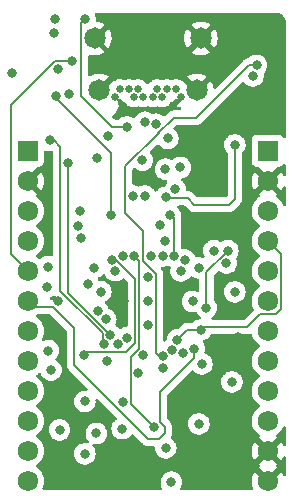
<source format=gbr>
%TF.GenerationSoftware,KiCad,Pcbnew,(6.0.2)*%
%TF.CreationDate,2022-07-01T18:11:32+02:00*%
%TF.ProjectId,Easy C3 Dev Board,45617379-2043-4332-9044-657620426f61,rev?*%
%TF.SameCoordinates,Original*%
%TF.FileFunction,Copper,L2,Inr*%
%TF.FilePolarity,Positive*%
%FSLAX46Y46*%
G04 Gerber Fmt 4.6, Leading zero omitted, Abs format (unit mm)*
G04 Created by KiCad (PCBNEW (6.0.2)) date 2022-07-01 18:11:32*
%MOMM*%
%LPD*%
G01*
G04 APERTURE LIST*
%TA.AperFunction,ComponentPad*%
%ADD10R,1.725000X1.725000*%
%TD*%
%TA.AperFunction,ComponentPad*%
%ADD11C,1.725000*%
%TD*%
%TA.AperFunction,ComponentPad*%
%ADD12C,0.650000*%
%TD*%
%TA.AperFunction,ComponentPad*%
%ADD13C,1.815000*%
%TD*%
%TA.AperFunction,ViaPad*%
%ADD14C,0.800000*%
%TD*%
%TA.AperFunction,Conductor*%
%ADD15C,0.200000*%
%TD*%
G04 APERTURE END LIST*
D10*
%TO.N,VDD5*%
%TO.C,J3*%
X147320000Y-60960000D03*
D11*
%TO.N,GND*%
X147320000Y-63500000D03*
%TO.N,VDD33*%
X147320000Y-66040000D03*
%TO.N,GPIO0*%
X147320000Y-68580000D03*
%TO.N,GPIO1*%
X147320000Y-71120000D03*
%TO.N,GPIO2*%
X147320000Y-73660000D03*
%TO.N,GPIO3*%
X147320000Y-76200000D03*
%TO.N,GPIO10*%
X147320000Y-78740000D03*
%TO.N,GPIO20*%
X147320000Y-81280000D03*
%TO.N,GPIO21*%
X147320000Y-83820000D03*
%TO.N,GPIO18*%
X147320000Y-86360000D03*
%TO.N,GPIO19*%
X147320000Y-88900000D03*
%TD*%
D10*
%TO.N,VDD5*%
%TO.C,J2*%
X167640000Y-60960000D03*
D11*
%TO.N,GND*%
X167640000Y-63500000D03*
%TO.N,VDD33*%
X167640000Y-66040000D03*
%TO.N,CHIP_EN*%
X167640000Y-68580000D03*
%TO.N,GPIO4*%
X167640000Y-71120000D03*
%TO.N,GPIO5*%
X167640000Y-73660000D03*
%TO.N,GPIO6*%
X167640000Y-76200000D03*
%TO.N,GPIO7*%
X167640000Y-78740000D03*
%TO.N,GPIO8*%
X167640000Y-81280000D03*
%TO.N,GPIO9*%
X167640000Y-83820000D03*
%TO.N,GND*%
X167640000Y-86360000D03*
X167640000Y-88900000D03*
%TD*%
D12*
%TO.N,GND*%
%TO.C,J1*%
X154680000Y-56433000D03*
%TO.N,unconnected-(J1-PadB2)*%
X155080000Y-55733000D03*
%TO.N,unconnected-(J1-PadB3)*%
X155880000Y-55733000D03*
%TO.N,VUSB*%
X156280000Y-56433000D03*
%TO.N,unconnected-(J1-PadB5)*%
X156680000Y-55733000D03*
%TO.N,DP*%
X157080000Y-56433000D03*
%TO.N,DN*%
X157880000Y-56433000D03*
%TO.N,unconnected-(J1-PadB8)*%
X158280000Y-55733000D03*
%TO.N,VUSB*%
X158680000Y-56433000D03*
%TO.N,unconnected-(J1-PadB10)*%
X159080000Y-55733000D03*
%TO.N,unconnected-(J1-PadB11)*%
X159880000Y-55733000D03*
%TO.N,GND*%
X160280000Y-56433000D03*
D13*
X161610000Y-55833000D03*
X161970000Y-51443000D03*
X152990000Y-51443000D03*
X153350000Y-55833000D03*
%TD*%
D14*
%TO.N,GPIO1*%
X151026334Y-53392866D03*
%TO.N,VDD33*%
X150774400Y-56159400D03*
%TO.N,GPIO8*%
X149733000Y-56337200D03*
X154389620Y-66429420D03*
X159359600Y-66429420D03*
%TO.N,VDD33_RAW*%
X158978600Y-64897000D03*
%TO.N,/DTR#*%
X158544679Y-67219300D03*
%TO.N,VDD33_RAW*%
X164257652Y-69418200D03*
X162433000Y-74244200D03*
%TO.N,GPIO21*%
X159809959Y-64214858D03*
X149047200Y-77876400D03*
X149275800Y-79527400D03*
%TO.N,GPIO0*%
X149860000Y-54051200D03*
X145952437Y-54375172D03*
%TO.N,Net-(Q3-Pad1)*%
X151561800Y-67360800D03*
%TO.N,/RTS#*%
X158964500Y-68605400D03*
%TO.N,Net-(Q3-Pad1)*%
X164134800Y-70459600D03*
%TO.N,/DTR#*%
X163072473Y-69417500D03*
%TO.N,GPIO20*%
X160225066Y-62371500D03*
%TO.N,GPIO21*%
X158964500Y-62509400D03*
%TO.N,GND*%
X161504500Y-63093600D03*
%TO.N,GPIO2*%
X161402500Y-77719860D03*
%TO.N,CHIP_EN*%
X159978516Y-76956816D03*
%TO.N,GPIO0*%
X159492497Y-77800529D03*
%TO.N,CHIP_EN*%
X148971000Y-72466200D03*
%TO.N,GPIO3*%
X149047200Y-70764400D03*
X161264600Y-73710800D03*
%TO.N,CHIP_EN*%
X161963093Y-76111107D03*
%TO.N,GPIO1*%
X160451800Y-78054989D03*
%TO.N,SPIQ*%
X153492200Y-72874685D03*
%TO.N,Net-(IC1-Pad2)*%
X166686013Y-53714629D03*
X158724600Y-78359000D03*
%TO.N,SPICS0*%
X156670811Y-79730600D03*
%TO.N,VDD33_RAW*%
X157077732Y-78282800D03*
X158722534Y-79372934D03*
%TO.N,SPICLK*%
X155371800Y-82263502D03*
X152933615Y-70844116D03*
%TO.N,SPID*%
X152140934Y-82176921D03*
X152399701Y-72225185D03*
%TO.N,SPIQ*%
X154025600Y-78714600D03*
%TO.N,GPIO18*%
X153238925Y-74554348D03*
%TO.N,GPIO19*%
X153910325Y-75225748D03*
%TO.N,RXD*%
X159167688Y-59911595D03*
X149152086Y-60066423D03*
X153758385Y-77311603D03*
%TO.N,/DTR#*%
X151773789Y-66021874D03*
%TO.N,/RTS#*%
X151790400Y-68376800D03*
%TO.N,TXD*%
X150723600Y-62008498D03*
X154292863Y-76526818D03*
%TO.N,XTAL_N*%
X159461200Y-89012500D03*
X154941888Y-77328500D03*
%TO.N,XTAL_P*%
X161798000Y-84074000D03*
X155718980Y-76782899D03*
%TO.N,SPICS0*%
X154710201Y-71106739D03*
%TO.N,SPIWP*%
X152086734Y-78246502D03*
X154465118Y-70189412D03*
%TO.N,GND*%
X149860000Y-73660000D03*
X165116980Y-76708000D03*
%TO.N,SPIHD*%
X162052000Y-78994000D03*
%TO.N,GND*%
X157480000Y-73660000D03*
X157480000Y-75692000D03*
X157480000Y-71628000D03*
X155448000Y-73660000D03*
X159512000Y-73660000D03*
%TO.N,SPIHD*%
X155350716Y-69846963D03*
%TO.N,Net-(IC2-Pad1)*%
X150001500Y-84582000D03*
X155295255Y-84480745D03*
%TO.N,Net-(IC2-Pad2)*%
X152146000Y-86614000D03*
X153113266Y-84884734D03*
%TO.N,Net-(IC2-Pad7)*%
X164592000Y-80518000D03*
X158989498Y-86106000D03*
%TO.N,VDD_SPI*%
X157988000Y-84328000D03*
X156300170Y-69856576D03*
%TO.N,GPIO21*%
X153162000Y-61609500D03*
%TO.N,VDD33_RAW*%
X154080500Y-59675498D03*
%TO.N,GPIO10*%
X157734000Y-69850000D03*
%TO.N,GPIO9*%
X158727098Y-69849237D03*
X164846000Y-72898000D03*
%TO.N,GPIO8*%
X159676074Y-69880846D03*
%TO.N,GPIO7*%
X160633291Y-70201461D03*
%TO.N,GPIO6*%
X160274000Y-71120000D03*
%TO.N,GPIO5*%
X161798000Y-70866000D03*
%TO.N,VUSB*%
X152146000Y-49784000D03*
X155702000Y-58928000D03*
%TO.N,DP*%
X158153151Y-58708499D03*
X157226000Y-64770000D03*
%TO.N,DN*%
X156210000Y-64770000D03*
%TO.N,VDD5*%
X157007962Y-61746596D03*
%TO.N,VDD33_RAW*%
X164846000Y-60452000D03*
X166370000Y-54610000D03*
%TO.N,GND*%
X160528000Y-59577500D03*
%TO.N,DN*%
X149546734Y-50994734D03*
%TO.N,DP*%
X149606000Y-49784000D03*
%TO.N,DN*%
X157221911Y-58523173D03*
%TO.N,GND*%
X161544000Y-81788000D03*
%TD*%
D15*
%TO.N,GPIO1*%
X145897600Y-69697600D02*
X147320000Y-71120000D01*
X149599786Y-53392866D02*
X145897600Y-57095052D01*
X145897600Y-57095052D02*
X145897600Y-69697600D01*
X151026334Y-53392866D02*
X149599786Y-53392866D01*
%TO.N,GPIO8*%
X149733000Y-56489600D02*
X149733000Y-56337200D01*
X151917400Y-58674000D02*
X149733000Y-56489600D01*
X154389620Y-61146220D02*
X151917400Y-58674000D01*
X154389620Y-66429420D02*
X154389620Y-61146220D01*
X159418820Y-66429420D02*
X159359600Y-66429420D01*
X159676074Y-66686674D02*
X159418820Y-66429420D01*
X159676074Y-69880846D02*
X159676074Y-66686674D01*
%TO.N,VDD33_RAW*%
X159054800Y-64973200D02*
X158978600Y-64897000D01*
X160858200Y-64973200D02*
X159054800Y-64973200D01*
X161394003Y-65509003D02*
X160858200Y-64973200D01*
X164846000Y-65024000D02*
X164360997Y-65509003D01*
X164846000Y-60452000D02*
X164846000Y-65024000D01*
X164360997Y-65509003D02*
X161394003Y-65509003D01*
%TO.N,Net-(IC1-Pad2)*%
X155560489Y-62244511D02*
X158381700Y-59423300D01*
X157084489Y-67778089D02*
X155560489Y-66254089D01*
X157084489Y-70313941D02*
X157084489Y-67778089D01*
X158129511Y-71358963D02*
X157084489Y-70313941D01*
X158394400Y-78359000D02*
X158129511Y-78094111D01*
X155560489Y-66254089D02*
X155560489Y-62244511D01*
X158724600Y-78359000D02*
X158394400Y-78359000D01*
X158129511Y-78094111D02*
X158129511Y-71358963D01*
%TO.N,VDD33_RAW*%
X162433000Y-71242852D02*
X164257652Y-69418200D01*
X162433000Y-74244200D02*
X162433000Y-71242852D01*
%TO.N,CHIP_EN*%
X160824225Y-76111107D02*
X159978516Y-76956816D01*
X161963093Y-76111107D02*
X160824225Y-76111107D01*
%TO.N,GPIO2*%
X149479000Y-74193400D02*
X147853400Y-74193400D01*
X151231600Y-75946000D02*
X149479000Y-74193400D01*
X151231600Y-79070200D02*
X151231600Y-75946000D01*
X157480000Y-85318600D02*
X151231600Y-79070200D01*
X158419800Y-85318600D02*
X157480000Y-85318600D01*
X158902400Y-84836000D02*
X158419800Y-85318600D01*
X158496000Y-81381600D02*
X158496000Y-83921600D01*
X158496000Y-83921600D02*
X158902400Y-84328000D01*
X158902400Y-84328000D02*
X158902400Y-84836000D01*
X161402500Y-78475100D02*
X158496000Y-81381600D01*
X161402500Y-77719860D02*
X161402500Y-78475100D01*
X147853400Y-74193400D02*
X147320000Y-73660000D01*
%TO.N,CHIP_EN*%
X168757600Y-74371200D02*
X168757600Y-69697600D01*
X168325800Y-74803000D02*
X168757600Y-74371200D01*
X165912800Y-75869800D02*
X166979600Y-74803000D01*
X166979600Y-74803000D02*
X168325800Y-74803000D01*
X162204400Y-75869800D02*
X165912800Y-75869800D01*
X161963093Y-76111107D02*
X162204400Y-75869800D01*
X168757600Y-69697600D02*
X167640000Y-68580000D01*
%TO.N,Net-(IC1-Pad2)*%
X159664400Y-58140600D02*
X158292800Y-59512200D01*
X166020771Y-53714629D02*
X161594800Y-58140600D01*
X161594800Y-58140600D02*
X159664400Y-58140600D01*
X166686013Y-53714629D02*
X166020771Y-53714629D01*
%TO.N,VDD_SPI*%
X156021311Y-82361311D02*
X157988000Y-84328000D01*
X156718000Y-77724000D02*
X156021311Y-78420689D01*
X156718000Y-70274406D02*
X156718000Y-77724000D01*
X156300170Y-69856576D02*
X156718000Y-70274406D01*
X156021311Y-78420689D02*
X156021311Y-82361311D01*
%TO.N,RXD*%
X149521601Y-60066423D02*
X149152086Y-60066423D01*
X150074089Y-60618911D02*
X149521601Y-60066423D01*
X150074089Y-72802340D02*
X150074089Y-60618911D01*
X153643352Y-76371603D02*
X150074089Y-72802340D01*
X153758385Y-77311603D02*
X153643352Y-77196570D01*
X153643352Y-77196570D02*
X153643352Y-76371603D01*
%TO.N,TXD*%
X150723600Y-62008498D02*
X150723600Y-72957555D01*
X150723600Y-72957555D02*
X154292863Y-76526818D01*
%TO.N,SPIWP*%
X152355236Y-77978000D02*
X152086734Y-78246502D01*
X155606480Y-77978000D02*
X152355236Y-77978000D01*
X156368480Y-77216000D02*
X155606480Y-77978000D01*
X156368480Y-71786480D02*
X156368480Y-77216000D01*
X154771412Y-70189412D02*
X156368480Y-71786480D01*
X154465118Y-70189412D02*
X154771412Y-70189412D01*
%TO.N,VUSB*%
X151832989Y-50097011D02*
X152146000Y-49784000D01*
X151832989Y-56343460D02*
X151832989Y-50097011D01*
X154417529Y-58928000D02*
X151832989Y-56343460D01*
X155702000Y-58928000D02*
X154417529Y-58928000D01*
%TD*%
%TA.AperFunction,Conductor*%
%TO.N,GND*%
G36*
X149242882Y-74821902D02*
G01*
X149263856Y-74838805D01*
X150586195Y-76161144D01*
X150620221Y-76223456D01*
X150623100Y-76250239D01*
X150623100Y-79022064D01*
X150622022Y-79038507D01*
X150617850Y-79070200D01*
X150618928Y-79078389D01*
X150620704Y-79091879D01*
X150623100Y-79110080D01*
X150623100Y-79110085D01*
X150629574Y-79159260D01*
X150638762Y-79229051D01*
X150700076Y-79377076D01*
X150705103Y-79383627D01*
X150705104Y-79383629D01*
X150773120Y-79472269D01*
X150773126Y-79472275D01*
X150797613Y-79504187D01*
X150804168Y-79509217D01*
X150822979Y-79523652D01*
X150835370Y-79534519D01*
X152358338Y-81057487D01*
X152392364Y-81119799D01*
X152387299Y-81190614D01*
X152344752Y-81247450D01*
X152278232Y-81272261D01*
X152249471Y-81270273D01*
X152249449Y-81270484D01*
X152243537Y-81269863D01*
X152243049Y-81269829D01*
X152242886Y-81269794D01*
X152242875Y-81269793D01*
X152236421Y-81268421D01*
X152045447Y-81268421D01*
X152038995Y-81269793D01*
X152038990Y-81269793D01*
X151975141Y-81283365D01*
X151858646Y-81308127D01*
X151852616Y-81310812D01*
X151852615Y-81310812D01*
X151690212Y-81383118D01*
X151690210Y-81383119D01*
X151684182Y-81385803D01*
X151678841Y-81389683D01*
X151678840Y-81389684D01*
X151635077Y-81421480D01*
X151529681Y-81498055D01*
X151401894Y-81639977D01*
X151366434Y-81701395D01*
X151327363Y-81769069D01*
X151306407Y-81805365D01*
X151247392Y-81986993D01*
X151246702Y-81993554D01*
X151246702Y-81993556D01*
X151234541Y-82109262D01*
X151227430Y-82176921D01*
X151228120Y-82183486D01*
X151236467Y-82262899D01*
X151247392Y-82366849D01*
X151306407Y-82548477D01*
X151401894Y-82713865D01*
X151529681Y-82855787D01*
X151628777Y-82927785D01*
X151671078Y-82958518D01*
X151684182Y-82968039D01*
X151690210Y-82970723D01*
X151690212Y-82970724D01*
X151722196Y-82984964D01*
X151858646Y-83045715D01*
X151938841Y-83062761D01*
X152038990Y-83084049D01*
X152038995Y-83084049D01*
X152045447Y-83085421D01*
X152236421Y-83085421D01*
X152242873Y-83084049D01*
X152242878Y-83084049D01*
X152343027Y-83062761D01*
X152423222Y-83045715D01*
X152559672Y-82984964D01*
X152591656Y-82970724D01*
X152591658Y-82970723D01*
X152597686Y-82968039D01*
X152610791Y-82958518D01*
X152653091Y-82927785D01*
X152752187Y-82855787D01*
X152879974Y-82713865D01*
X152975461Y-82548477D01*
X153034476Y-82366849D01*
X153045402Y-82262899D01*
X153053748Y-82183486D01*
X153054438Y-82176921D01*
X153047327Y-82109262D01*
X153041911Y-82057730D01*
X153054683Y-81987892D01*
X153103185Y-81936045D01*
X153172018Y-81918651D01*
X153239328Y-81941233D01*
X153256316Y-81955465D01*
X154822209Y-83521358D01*
X154856235Y-83583670D01*
X154851170Y-83654485D01*
X154807176Y-83712387D01*
X154725071Y-83772041D01*
X154702834Y-83788197D01*
X154684002Y-83801879D01*
X154679581Y-83806789D01*
X154679580Y-83806790D01*
X154572311Y-83925925D01*
X154556215Y-83943801D01*
X154460728Y-84109189D01*
X154401713Y-84290817D01*
X154401023Y-84297378D01*
X154401023Y-84297380D01*
X154397482Y-84331070D01*
X154381751Y-84480745D01*
X154382441Y-84487310D01*
X154386287Y-84523898D01*
X154401713Y-84670673D01*
X154460728Y-84852301D01*
X154464031Y-84858023D01*
X154464032Y-84858024D01*
X154497941Y-84916755D01*
X154556215Y-85017689D01*
X154560633Y-85022596D01*
X154560634Y-85022597D01*
X154622939Y-85091794D01*
X154684002Y-85159611D01*
X154740208Y-85200447D01*
X154824946Y-85262013D01*
X154838503Y-85271863D01*
X154844531Y-85274547D01*
X154844533Y-85274548D01*
X154954682Y-85323589D01*
X155012967Y-85349539D01*
X155105638Y-85369237D01*
X155193311Y-85387873D01*
X155193316Y-85387873D01*
X155199768Y-85389245D01*
X155390742Y-85389245D01*
X155397194Y-85387873D01*
X155397199Y-85387873D01*
X155484872Y-85369237D01*
X155577543Y-85349539D01*
X155635828Y-85323589D01*
X155745977Y-85274548D01*
X155745979Y-85274547D01*
X155752007Y-85271863D01*
X155765565Y-85262013D01*
X155850302Y-85200447D01*
X155906508Y-85159611D01*
X155967571Y-85091794D01*
X156029876Y-85022597D01*
X156029877Y-85022596D01*
X156034295Y-85017689D01*
X156056233Y-84979691D01*
X156107615Y-84930698D01*
X156177329Y-84917262D01*
X156243240Y-84943648D01*
X156254447Y-84953596D01*
X157015685Y-85714834D01*
X157026552Y-85727225D01*
X157046013Y-85752587D01*
X157052563Y-85757613D01*
X157077925Y-85777074D01*
X157077928Y-85777077D01*
X157142680Y-85826763D01*
X157173124Y-85850124D01*
X157321149Y-85911438D01*
X157329336Y-85912516D01*
X157329337Y-85912516D01*
X157340542Y-85913991D01*
X157360808Y-85916659D01*
X157440115Y-85927100D01*
X157440118Y-85927100D01*
X157440126Y-85927101D01*
X157471811Y-85931272D01*
X157480000Y-85932350D01*
X157511693Y-85928178D01*
X157528136Y-85927100D01*
X157954860Y-85927100D01*
X158022981Y-85947102D01*
X158069474Y-86000758D01*
X158080170Y-86066270D01*
X158075994Y-86106000D01*
X158095956Y-86295928D01*
X158154971Y-86477556D01*
X158250458Y-86642944D01*
X158254876Y-86647851D01*
X158254877Y-86647852D01*
X158370285Y-86776026D01*
X158378245Y-86784866D01*
X158532746Y-86897118D01*
X158538774Y-86899802D01*
X158538776Y-86899803D01*
X158552392Y-86905865D01*
X158707210Y-86974794D01*
X158800610Y-86994647D01*
X158887554Y-87013128D01*
X158887559Y-87013128D01*
X158894011Y-87014500D01*
X159084985Y-87014500D01*
X159091437Y-87013128D01*
X159091442Y-87013128D01*
X159178386Y-86994647D01*
X159271786Y-86974794D01*
X159426604Y-86905865D01*
X159440220Y-86899803D01*
X159440222Y-86899802D01*
X159446250Y-86897118D01*
X159600751Y-86784866D01*
X159608711Y-86776026D01*
X159724119Y-86647852D01*
X159724120Y-86647851D01*
X159728538Y-86642944D01*
X159824025Y-86477556D01*
X159871463Y-86331557D01*
X166265511Y-86331557D01*
X166277888Y-86546222D01*
X166279324Y-86556442D01*
X166326596Y-86766197D01*
X166329675Y-86776026D01*
X166410575Y-86975258D01*
X166415218Y-86984449D01*
X166497370Y-87118510D01*
X166507826Y-87127970D01*
X166516604Y-87124186D01*
X167267978Y-86372812D01*
X167275592Y-86358868D01*
X167275461Y-86357035D01*
X167271210Y-86350420D01*
X166520853Y-85600063D01*
X166509317Y-85593764D01*
X166497034Y-85603387D01*
X166447187Y-85676461D01*
X166442098Y-85685419D01*
X166351560Y-85880467D01*
X166348008Y-85890120D01*
X166290541Y-86097341D01*
X166288614Y-86107446D01*
X166265763Y-86321268D01*
X166265511Y-86331557D01*
X159871463Y-86331557D01*
X159883040Y-86295928D01*
X159903002Y-86106000D01*
X159889691Y-85979349D01*
X159883730Y-85922635D01*
X159883730Y-85922633D01*
X159883040Y-85916072D01*
X159824025Y-85734444D01*
X159816076Y-85720675D01*
X159731839Y-85574774D01*
X159728538Y-85569056D01*
X159723626Y-85563600D01*
X159605173Y-85432045D01*
X159605172Y-85432044D01*
X159600751Y-85427134D01*
X159593242Y-85421678D01*
X159458234Y-85323589D01*
X159414880Y-85267367D01*
X159414420Y-85262007D01*
X159413602Y-85260887D01*
X159411972Y-85233507D01*
X159408805Y-85196630D01*
X159409664Y-85194743D01*
X159409383Y-85190016D01*
X159424350Y-85155351D01*
X159433923Y-85142876D01*
X159433924Y-85142875D01*
X159455083Y-85091794D01*
X159492078Y-85002479D01*
X159495238Y-84994850D01*
X159510900Y-84875885D01*
X159510900Y-84875878D01*
X159516150Y-84836000D01*
X159511978Y-84804307D01*
X159510900Y-84787864D01*
X159510900Y-84376136D01*
X159511978Y-84359690D01*
X159515072Y-84336188D01*
X159516150Y-84328000D01*
X159510900Y-84288122D01*
X159510900Y-84288115D01*
X159495238Y-84169150D01*
X159455826Y-84074000D01*
X160884496Y-84074000D01*
X160885186Y-84080565D01*
X160897948Y-84201985D01*
X160904458Y-84263928D01*
X160963473Y-84445556D01*
X161058960Y-84610944D01*
X161063378Y-84615851D01*
X161063379Y-84615852D01*
X161140379Y-84701369D01*
X161186747Y-84752866D01*
X161341248Y-84865118D01*
X161347276Y-84867802D01*
X161347278Y-84867803D01*
X161509681Y-84940109D01*
X161515712Y-84942794D01*
X161609112Y-84962647D01*
X161696056Y-84981128D01*
X161696061Y-84981128D01*
X161702513Y-84982500D01*
X161893487Y-84982500D01*
X161899939Y-84981128D01*
X161899944Y-84981128D01*
X161986888Y-84962647D01*
X162080288Y-84942794D01*
X162086319Y-84940109D01*
X162248722Y-84867803D01*
X162248724Y-84867802D01*
X162254752Y-84865118D01*
X162409253Y-84752866D01*
X162455621Y-84701369D01*
X162532621Y-84615852D01*
X162532622Y-84615851D01*
X162537040Y-84610944D01*
X162632527Y-84445556D01*
X162691542Y-84263928D01*
X162698053Y-84201985D01*
X162710814Y-84080565D01*
X162711504Y-84074000D01*
X162695941Y-83925925D01*
X162692232Y-83890635D01*
X162692232Y-83890633D01*
X162691542Y-83884072D01*
X162632527Y-83702444D01*
X162537040Y-83537056D01*
X162522906Y-83521358D01*
X162413675Y-83400045D01*
X162413674Y-83400044D01*
X162409253Y-83395134D01*
X162254752Y-83282882D01*
X162248724Y-83280198D01*
X162248722Y-83280197D01*
X162086319Y-83207891D01*
X162086318Y-83207891D01*
X162080288Y-83205206D01*
X161986888Y-83185353D01*
X161899944Y-83166872D01*
X161899939Y-83166872D01*
X161893487Y-83165500D01*
X161702513Y-83165500D01*
X161696061Y-83166872D01*
X161696056Y-83166872D01*
X161609113Y-83185353D01*
X161515712Y-83205206D01*
X161509682Y-83207891D01*
X161509681Y-83207891D01*
X161347278Y-83280197D01*
X161347276Y-83280198D01*
X161341248Y-83282882D01*
X161186747Y-83395134D01*
X161182326Y-83400044D01*
X161182325Y-83400045D01*
X161073095Y-83521358D01*
X161058960Y-83537056D01*
X160963473Y-83702444D01*
X160904458Y-83884072D01*
X160903768Y-83890633D01*
X160903768Y-83890635D01*
X160900059Y-83925925D01*
X160884496Y-84074000D01*
X159455826Y-84074000D01*
X159433924Y-84021125D01*
X159399478Y-83976234D01*
X159360877Y-83925928D01*
X159360874Y-83925925D01*
X159336387Y-83894013D01*
X159323432Y-83884072D01*
X159311021Y-83874548D01*
X159298630Y-83863681D01*
X159141405Y-83706456D01*
X159107379Y-83644144D01*
X159104500Y-83617361D01*
X159104500Y-81685839D01*
X159124502Y-81617718D01*
X159141405Y-81596744D01*
X160220149Y-80518000D01*
X163678496Y-80518000D01*
X163679186Y-80524565D01*
X163686769Y-80596709D01*
X163698458Y-80707928D01*
X163757473Y-80889556D01*
X163760776Y-80895278D01*
X163760777Y-80895279D01*
X163790992Y-80947613D01*
X163852960Y-81054944D01*
X163857378Y-81059851D01*
X163857379Y-81059852D01*
X163975118Y-81190614D01*
X163980747Y-81196866D01*
X164135248Y-81309118D01*
X164141276Y-81311802D01*
X164141278Y-81311803D01*
X164303681Y-81384109D01*
X164309712Y-81386794D01*
X164403112Y-81406647D01*
X164490056Y-81425128D01*
X164490061Y-81425128D01*
X164496513Y-81426500D01*
X164687487Y-81426500D01*
X164693939Y-81425128D01*
X164693944Y-81425128D01*
X164780888Y-81406647D01*
X164874288Y-81386794D01*
X164880319Y-81384109D01*
X165042722Y-81311803D01*
X165042724Y-81311802D01*
X165048752Y-81309118D01*
X165203253Y-81196866D01*
X165208882Y-81190614D01*
X165326621Y-81059852D01*
X165326622Y-81059851D01*
X165331040Y-81054944D01*
X165393008Y-80947613D01*
X165423223Y-80895279D01*
X165423224Y-80895278D01*
X165426527Y-80889556D01*
X165485542Y-80707928D01*
X165497232Y-80596709D01*
X165504814Y-80524565D01*
X165505504Y-80518000D01*
X165492420Y-80393509D01*
X165486232Y-80334635D01*
X165486232Y-80334633D01*
X165485542Y-80328072D01*
X165426527Y-80146444D01*
X165410681Y-80118997D01*
X165353882Y-80020620D01*
X165331040Y-79981056D01*
X165276541Y-79920528D01*
X165207675Y-79844045D01*
X165207674Y-79844044D01*
X165203253Y-79839134D01*
X165064337Y-79738205D01*
X165054094Y-79730763D01*
X165054093Y-79730762D01*
X165048752Y-79726882D01*
X165042724Y-79724198D01*
X165042722Y-79724197D01*
X164880319Y-79651891D01*
X164880318Y-79651891D01*
X164874288Y-79649206D01*
X164751470Y-79623100D01*
X164693944Y-79610872D01*
X164693939Y-79610872D01*
X164687487Y-79609500D01*
X164496513Y-79609500D01*
X164490061Y-79610872D01*
X164490056Y-79610872D01*
X164432530Y-79623100D01*
X164309712Y-79649206D01*
X164303682Y-79651891D01*
X164303681Y-79651891D01*
X164141278Y-79724197D01*
X164141276Y-79724198D01*
X164135248Y-79726882D01*
X164129907Y-79730762D01*
X164129906Y-79730763D01*
X164119663Y-79738205D01*
X163980747Y-79839134D01*
X163976326Y-79844044D01*
X163976325Y-79844045D01*
X163907460Y-79920528D01*
X163852960Y-79981056D01*
X163830118Y-80020620D01*
X163773320Y-80118997D01*
X163757473Y-80146444D01*
X163698458Y-80328072D01*
X163697768Y-80334633D01*
X163697768Y-80334635D01*
X163691580Y-80393509D01*
X163678496Y-80518000D01*
X160220149Y-80518000D01*
X161168967Y-79569182D01*
X161231279Y-79535156D01*
X161302094Y-79540221D01*
X161351698Y-79573967D01*
X161395938Y-79623100D01*
X161440747Y-79672866D01*
X161511175Y-79724035D01*
X161550380Y-79752519D01*
X161595248Y-79785118D01*
X161601276Y-79787802D01*
X161601278Y-79787803D01*
X161763681Y-79860109D01*
X161769712Y-79862794D01*
X161863113Y-79882647D01*
X161950056Y-79901128D01*
X161950061Y-79901128D01*
X161956513Y-79902500D01*
X162147487Y-79902500D01*
X162153939Y-79901128D01*
X162153944Y-79901128D01*
X162240887Y-79882647D01*
X162334288Y-79862794D01*
X162340319Y-79860109D01*
X162502722Y-79787803D01*
X162502724Y-79787802D01*
X162508752Y-79785118D01*
X162553621Y-79752519D01*
X162592825Y-79724035D01*
X162663253Y-79672866D01*
X162704172Y-79627421D01*
X162786621Y-79535852D01*
X162786622Y-79535851D01*
X162791040Y-79530944D01*
X162870413Y-79393466D01*
X162883223Y-79371279D01*
X162883224Y-79371278D01*
X162886527Y-79365556D01*
X162945542Y-79183928D01*
X162951592Y-79126371D01*
X162964814Y-79000565D01*
X162965504Y-78994000D01*
X162962106Y-78961666D01*
X162946232Y-78810635D01*
X162946232Y-78810633D01*
X162945542Y-78804072D01*
X162886527Y-78622444D01*
X162872349Y-78597886D01*
X162805568Y-78482220D01*
X162791040Y-78457056D01*
X162663253Y-78315134D01*
X162508752Y-78202882D01*
X162502726Y-78200199D01*
X162502719Y-78200195D01*
X162343371Y-78129250D01*
X162289275Y-78083270D01*
X162268625Y-78015343D01*
X162274786Y-77975207D01*
X162294002Y-77916066D01*
X162296042Y-77909788D01*
X162300171Y-77870508D01*
X162315314Y-77726425D01*
X162316004Y-77719860D01*
X162309553Y-77658479D01*
X162296732Y-77536495D01*
X162296732Y-77536493D01*
X162296042Y-77529932D01*
X162237027Y-77348304D01*
X162224674Y-77326907D01*
X162144843Y-77188637D01*
X162141540Y-77182916D01*
X162140366Y-77181612D01*
X162117110Y-77116441D01*
X162133188Y-77047289D01*
X162184100Y-76997807D01*
X162216706Y-76985997D01*
X162238917Y-76981276D01*
X162238926Y-76981273D01*
X162245381Y-76979901D01*
X162251412Y-76977216D01*
X162413815Y-76904910D01*
X162413817Y-76904909D01*
X162419845Y-76902225D01*
X162431831Y-76893517D01*
X162490259Y-76851066D01*
X162574346Y-76789973D01*
X162588135Y-76774659D01*
X162697714Y-76652959D01*
X162697715Y-76652958D01*
X162702133Y-76648051D01*
X162763766Y-76541300D01*
X162815149Y-76492307D01*
X162872885Y-76478300D01*
X165864664Y-76478300D01*
X165881107Y-76479378D01*
X165912800Y-76483550D01*
X165920989Y-76482472D01*
X165952674Y-76478301D01*
X165952684Y-76478300D01*
X165952685Y-76478300D01*
X166052257Y-76465191D01*
X166063464Y-76463716D01*
X166063466Y-76463715D01*
X166071651Y-76462638D01*
X166136531Y-76435764D01*
X166207119Y-76428175D01*
X166270606Y-76459954D01*
X166307665Y-76524472D01*
X166327253Y-76611390D01*
X166329195Y-76616172D01*
X166329196Y-76616176D01*
X166408452Y-76811360D01*
X166412071Y-76820272D01*
X166529866Y-77012496D01*
X166533250Y-77016402D01*
X166533251Y-77016404D01*
X166560005Y-77047289D01*
X166677474Y-77182899D01*
X166681449Y-77186199D01*
X166681453Y-77186203D01*
X166701017Y-77202445D01*
X166850931Y-77326907D01*
X166906191Y-77359198D01*
X166954914Y-77410837D01*
X166967985Y-77480620D01*
X166941253Y-77546392D01*
X166910269Y-77574151D01*
X166906923Y-77575893D01*
X166902793Y-77578994D01*
X166902788Y-77578997D01*
X166730772Y-77708150D01*
X166726637Y-77711255D01*
X166570881Y-77874245D01*
X166567967Y-77878517D01*
X166567966Y-77878518D01*
X166551112Y-77903225D01*
X166443837Y-78060485D01*
X166429479Y-78091416D01*
X166356287Y-78249095D01*
X166348916Y-78264974D01*
X166288668Y-78482220D01*
X166264712Y-78706389D01*
X166265009Y-78711542D01*
X166265009Y-78711545D01*
X166271248Y-78819744D01*
X166277689Y-78931460D01*
X166278826Y-78936506D01*
X166278827Y-78936512D01*
X166300739Y-79033739D01*
X166327253Y-79151390D01*
X166329195Y-79156172D01*
X166329196Y-79156176D01*
X166402813Y-79337472D01*
X166412071Y-79360272D01*
X166529866Y-79552496D01*
X166533250Y-79556402D01*
X166533251Y-79556404D01*
X166544320Y-79569182D01*
X166677474Y-79722899D01*
X166681449Y-79726199D01*
X166681453Y-79726203D01*
X166713151Y-79752519D01*
X166850931Y-79866907D01*
X166895021Y-79892671D01*
X166906191Y-79899198D01*
X166954914Y-79950837D01*
X166967985Y-80020620D01*
X166941253Y-80086392D01*
X166910269Y-80114151D01*
X166906923Y-80115893D01*
X166902793Y-80118994D01*
X166902788Y-80118997D01*
X166737497Y-80243101D01*
X166726637Y-80251255D01*
X166570881Y-80414245D01*
X166567967Y-80418517D01*
X166567966Y-80418518D01*
X166500104Y-80518000D01*
X166443837Y-80600485D01*
X166420627Y-80650486D01*
X166356287Y-80789095D01*
X166348916Y-80804974D01*
X166288668Y-81022220D01*
X166264712Y-81246389D01*
X166265009Y-81251542D01*
X166265009Y-81251545D01*
X166273264Y-81394708D01*
X166277689Y-81471460D01*
X166278826Y-81476506D01*
X166278827Y-81476512D01*
X166284789Y-81502966D01*
X166327253Y-81691390D01*
X166329195Y-81696172D01*
X166329196Y-81696176D01*
X166371209Y-81799642D01*
X166412071Y-81900272D01*
X166529866Y-82092496D01*
X166677474Y-82262899D01*
X166681449Y-82266199D01*
X166681453Y-82266203D01*
X166753005Y-82325607D01*
X166850931Y-82406907D01*
X166906191Y-82439198D01*
X166954914Y-82490837D01*
X166967985Y-82560620D01*
X166941253Y-82626392D01*
X166910269Y-82654151D01*
X166906923Y-82655893D01*
X166902793Y-82658994D01*
X166902788Y-82658997D01*
X166829711Y-82713865D01*
X166726637Y-82791255D01*
X166570881Y-82954245D01*
X166567967Y-82958517D01*
X166567966Y-82958518D01*
X166549926Y-82984964D01*
X166443837Y-83140485D01*
X166427979Y-83174649D01*
X166356287Y-83329095D01*
X166348916Y-83344974D01*
X166288668Y-83562220D01*
X166264712Y-83786389D01*
X166265009Y-83791542D01*
X166265009Y-83791545D01*
X166270917Y-83894013D01*
X166277689Y-84011460D01*
X166278826Y-84016506D01*
X166278827Y-84016512D01*
X166298424Y-84103466D01*
X166327253Y-84231390D01*
X166329195Y-84236172D01*
X166329196Y-84236176D01*
X166369807Y-84336188D01*
X166412071Y-84440272D01*
X166529866Y-84632496D01*
X166677474Y-84802899D01*
X166681449Y-84806199D01*
X166681453Y-84806203D01*
X166715732Y-84834662D01*
X166850931Y-84946907D01*
X166855394Y-84949515D01*
X166855397Y-84949517D01*
X166862309Y-84953556D01*
X166906680Y-84979484D01*
X166955403Y-85031121D01*
X166968474Y-85100904D01*
X166941743Y-85166676D01*
X166910247Y-85194894D01*
X166903054Y-85199423D01*
X166880746Y-85216172D01*
X166872294Y-85227496D01*
X166879039Y-85239829D01*
X167627188Y-85987978D01*
X167641132Y-85995592D01*
X167642965Y-85995461D01*
X167649580Y-85991210D01*
X168402290Y-85238500D01*
X168409310Y-85225645D01*
X168402163Y-85215836D01*
X168396493Y-85212069D01*
X168376022Y-85200768D01*
X168326051Y-85150335D01*
X168311280Y-85080892D01*
X168336397Y-85014487D01*
X168363747Y-84987882D01*
X168523743Y-84873758D01*
X168523748Y-84873754D01*
X168527955Y-84870753D01*
X168687647Y-84711618D01*
X168819204Y-84528537D01*
X168826795Y-84513178D01*
X168916801Y-84331067D01*
X168916802Y-84331064D01*
X168919093Y-84326429D01*
X168920596Y-84321482D01*
X168920849Y-84320843D01*
X168964525Y-84264870D01*
X169031528Y-84241395D01*
X169100586Y-84257872D01*
X169149774Y-84309069D01*
X169164000Y-84367229D01*
X169164000Y-85822010D01*
X169143998Y-85890131D01*
X169090342Y-85936624D01*
X169020068Y-85946728D01*
X168955488Y-85917234D01*
X168922450Y-85872252D01*
X168854026Y-85714887D01*
X168849159Y-85705812D01*
X168782103Y-85602158D01*
X168771417Y-85592955D01*
X168761852Y-85597358D01*
X168012022Y-86347188D01*
X168004408Y-86361132D01*
X168004539Y-86362965D01*
X168008790Y-86369580D01*
X168759431Y-87120221D01*
X168771442Y-87126780D01*
X168783181Y-87117812D01*
X168815754Y-87072482D01*
X168821068Y-87063637D01*
X168916337Y-86870875D01*
X168920850Y-86859478D01*
X168964526Y-86803505D01*
X169031529Y-86780031D01*
X169100587Y-86796509D01*
X169149774Y-86847706D01*
X169164000Y-86905865D01*
X169164000Y-88362010D01*
X169143998Y-88430131D01*
X169090342Y-88476624D01*
X169020068Y-88486728D01*
X168955488Y-88457234D01*
X168922450Y-88412252D01*
X168854026Y-88254887D01*
X168849159Y-88245812D01*
X168782103Y-88142158D01*
X168771417Y-88132955D01*
X168761852Y-88137358D01*
X167729095Y-89170115D01*
X167666783Y-89204141D01*
X167595968Y-89199076D01*
X167550905Y-89170115D01*
X166520853Y-88140063D01*
X166509317Y-88133764D01*
X166497034Y-88143387D01*
X166447187Y-88216461D01*
X166442098Y-88225419D01*
X166351560Y-88420467D01*
X166348008Y-88430120D01*
X166290541Y-88637341D01*
X166288614Y-88647446D01*
X166265763Y-88861268D01*
X166265511Y-88871557D01*
X166277888Y-89086222D01*
X166279324Y-89096442D01*
X166326596Y-89306197D01*
X166329675Y-89316026D01*
X166399749Y-89488596D01*
X166406845Y-89559237D01*
X166374623Y-89622500D01*
X166313314Y-89658301D01*
X166283006Y-89662000D01*
X160353494Y-89662000D01*
X160285373Y-89641998D01*
X160238880Y-89588342D01*
X160228776Y-89518068D01*
X160244375Y-89473000D01*
X160292423Y-89389779D01*
X160292424Y-89389778D01*
X160295727Y-89384056D01*
X160354742Y-89202428D01*
X160357881Y-89172567D01*
X160374014Y-89019065D01*
X160374704Y-89012500D01*
X160365747Y-88927281D01*
X160355432Y-88829135D01*
X160355432Y-88829133D01*
X160354742Y-88822572D01*
X160295727Y-88640944D01*
X160200240Y-88475556D01*
X160072453Y-88333634D01*
X159973357Y-88261636D01*
X159923294Y-88225263D01*
X159923293Y-88225262D01*
X159917952Y-88221382D01*
X159911924Y-88218698D01*
X159911922Y-88218697D01*
X159749519Y-88146391D01*
X159749518Y-88146391D01*
X159743488Y-88143706D01*
X159650087Y-88123853D01*
X159563144Y-88105372D01*
X159563139Y-88105372D01*
X159556687Y-88104000D01*
X159365713Y-88104000D01*
X159359261Y-88105372D01*
X159359256Y-88105372D01*
X159272313Y-88123853D01*
X159178912Y-88143706D01*
X159172882Y-88146391D01*
X159172881Y-88146391D01*
X159010478Y-88218697D01*
X159010476Y-88218698D01*
X159004448Y-88221382D01*
X158999107Y-88225262D01*
X158999106Y-88225263D01*
X158949043Y-88261636D01*
X158849947Y-88333634D01*
X158722160Y-88475556D01*
X158626673Y-88640944D01*
X158567658Y-88822572D01*
X158566968Y-88829133D01*
X158566968Y-88829135D01*
X158556653Y-88927281D01*
X158547696Y-89012500D01*
X158548386Y-89019065D01*
X158564520Y-89172567D01*
X158567658Y-89202428D01*
X158626673Y-89384056D01*
X158629976Y-89389778D01*
X158629977Y-89389779D01*
X158678025Y-89473000D01*
X158694763Y-89541995D01*
X158671543Y-89609087D01*
X158615736Y-89652974D01*
X158568906Y-89662000D01*
X148675603Y-89662000D01*
X148607482Y-89641998D01*
X148560989Y-89588342D01*
X148550885Y-89518068D01*
X148562645Y-89480175D01*
X148599093Y-89406429D01*
X148664630Y-89190719D01*
X148694057Y-88967203D01*
X148694139Y-88963853D01*
X148695617Y-88903365D01*
X148695617Y-88903361D01*
X148695699Y-88900000D01*
X148688817Y-88816294D01*
X148677650Y-88680464D01*
X148677649Y-88680458D01*
X148677226Y-88675313D01*
X148625818Y-88470648D01*
X148623563Y-88461670D01*
X148623562Y-88461666D01*
X148622304Y-88456659D01*
X148620245Y-88451923D01*
X148534468Y-88254649D01*
X148534466Y-88254646D01*
X148532408Y-88249912D01*
X148409952Y-88060624D01*
X148258224Y-87893877D01*
X148081300Y-87754151D01*
X148056472Y-87740445D01*
X148006503Y-87690015D01*
X147991731Y-87620572D01*
X148016847Y-87554166D01*
X148044198Y-87527560D01*
X148053216Y-87521128D01*
X148112514Y-87478831D01*
X148203743Y-87413758D01*
X148203748Y-87413754D01*
X148207955Y-87410753D01*
X148367647Y-87251618D01*
X148499204Y-87068537D01*
X148599093Y-86866429D01*
X148664630Y-86650719D01*
X148669464Y-86614000D01*
X151232496Y-86614000D01*
X151233186Y-86620565D01*
X151250863Y-86788749D01*
X151252458Y-86803928D01*
X151311473Y-86985556D01*
X151406960Y-87150944D01*
X151534747Y-87292866D01*
X151689248Y-87405118D01*
X151695276Y-87407802D01*
X151695278Y-87407803D01*
X151854811Y-87478831D01*
X151863712Y-87482794D01*
X151957112Y-87502647D01*
X152044056Y-87521128D01*
X152044061Y-87521128D01*
X152050513Y-87522500D01*
X152241487Y-87522500D01*
X152247939Y-87521128D01*
X152247944Y-87521128D01*
X152334888Y-87502647D01*
X152375611Y-87493991D01*
X166870839Y-87493991D01*
X166876121Y-87501046D01*
X166907156Y-87519182D01*
X166955880Y-87570821D01*
X166968951Y-87640604D01*
X166942220Y-87706375D01*
X166910728Y-87734590D01*
X166903060Y-87739419D01*
X166880746Y-87756172D01*
X166872294Y-87767496D01*
X166879039Y-87779829D01*
X167627188Y-88527978D01*
X167641132Y-88535592D01*
X167642965Y-88535461D01*
X167649580Y-88531210D01*
X168402290Y-87778500D01*
X168409310Y-87765645D01*
X168402163Y-87755836D01*
X168396497Y-87752072D01*
X168375536Y-87740500D01*
X168325566Y-87690066D01*
X168310795Y-87620623D01*
X168335913Y-87554218D01*
X168363263Y-87527613D01*
X168398210Y-87502686D01*
X168406610Y-87491987D01*
X168399621Y-87478831D01*
X167652812Y-86732022D01*
X167638868Y-86724408D01*
X167637035Y-86724539D01*
X167630420Y-86728790D01*
X166877599Y-87481611D01*
X166870839Y-87493991D01*
X152375611Y-87493991D01*
X152428288Y-87482794D01*
X152437189Y-87478831D01*
X152596722Y-87407803D01*
X152596724Y-87407802D01*
X152602752Y-87405118D01*
X152757253Y-87292866D01*
X152885040Y-87150944D01*
X152980527Y-86985556D01*
X153039542Y-86803928D01*
X153041138Y-86788749D01*
X153058814Y-86620565D01*
X153059504Y-86614000D01*
X153058814Y-86607435D01*
X153040232Y-86430635D01*
X153040232Y-86430633D01*
X153039542Y-86424072D01*
X152980527Y-86242444D01*
X152885040Y-86077056D01*
X152797061Y-85979346D01*
X152766346Y-85915341D01*
X152775110Y-85844888D01*
X152820572Y-85790356D01*
X152888300Y-85769061D01*
X152916895Y-85771791D01*
X153000279Y-85789514D01*
X153017779Y-85793234D01*
X153208753Y-85793234D01*
X153215205Y-85791862D01*
X153215210Y-85791862D01*
X153322477Y-85769061D01*
X153395554Y-85753528D01*
X153408215Y-85747891D01*
X153563988Y-85678537D01*
X153563990Y-85678536D01*
X153570018Y-85675852D01*
X153724519Y-85563600D01*
X153783119Y-85498518D01*
X153847887Y-85426586D01*
X153847891Y-85426581D01*
X153852306Y-85421678D01*
X153947793Y-85256290D01*
X154006808Y-85074662D01*
X154015197Y-84994850D01*
X154026080Y-84891299D01*
X154026770Y-84884734D01*
X154022701Y-84846016D01*
X154007498Y-84701369D01*
X154007498Y-84701367D01*
X154006808Y-84694806D01*
X153947793Y-84513178D01*
X153925278Y-84474180D01*
X153877872Y-84392072D01*
X153852306Y-84347790D01*
X153833073Y-84326429D01*
X153728941Y-84210779D01*
X153728940Y-84210778D01*
X153724519Y-84205868D01*
X153593558Y-84110719D01*
X153575360Y-84097497D01*
X153575359Y-84097496D01*
X153570018Y-84093616D01*
X153563990Y-84090932D01*
X153563988Y-84090931D01*
X153401585Y-84018625D01*
X153401584Y-84018625D01*
X153395554Y-84015940D01*
X153302154Y-83996087D01*
X153215210Y-83977606D01*
X153215205Y-83977606D01*
X153208753Y-83976234D01*
X153017779Y-83976234D01*
X153011327Y-83977606D01*
X153011322Y-83977606D01*
X152924378Y-83996087D01*
X152830978Y-84015940D01*
X152824948Y-84018625D01*
X152824947Y-84018625D01*
X152662544Y-84090931D01*
X152662542Y-84090932D01*
X152656514Y-84093616D01*
X152651173Y-84097496D01*
X152651172Y-84097497D01*
X152632974Y-84110719D01*
X152502013Y-84205868D01*
X152497592Y-84210778D01*
X152497591Y-84210779D01*
X152393460Y-84326429D01*
X152374226Y-84347790D01*
X152348660Y-84392072D01*
X152301255Y-84474180D01*
X152278739Y-84513178D01*
X152219724Y-84694806D01*
X152219034Y-84701367D01*
X152219034Y-84701369D01*
X152203831Y-84846016D01*
X152199762Y-84884734D01*
X152200452Y-84891299D01*
X152211336Y-84994850D01*
X152219724Y-85074662D01*
X152278739Y-85256290D01*
X152374226Y-85421678D01*
X152462205Y-85519388D01*
X152492920Y-85583393D01*
X152484156Y-85653846D01*
X152438694Y-85708378D01*
X152370966Y-85729673D01*
X152342371Y-85726943D01*
X152247946Y-85706873D01*
X152247947Y-85706873D01*
X152241487Y-85705500D01*
X152050513Y-85705500D01*
X152044061Y-85706872D01*
X152044056Y-85706872D01*
X151957113Y-85725353D01*
X151863712Y-85745206D01*
X151857682Y-85747891D01*
X151857681Y-85747891D01*
X151695278Y-85820197D01*
X151695276Y-85820198D01*
X151689248Y-85822882D01*
X151534747Y-85935134D01*
X151406960Y-86077056D01*
X151311473Y-86242444D01*
X151252458Y-86424072D01*
X151251768Y-86430633D01*
X151251768Y-86430635D01*
X151233186Y-86607435D01*
X151232496Y-86614000D01*
X148669464Y-86614000D01*
X148694057Y-86427203D01*
X148695699Y-86360000D01*
X148686034Y-86242444D01*
X148677650Y-86140464D01*
X148677649Y-86140458D01*
X148677226Y-86135313D01*
X148626945Y-85935134D01*
X148623563Y-85921670D01*
X148623562Y-85921666D01*
X148622304Y-85916659D01*
X148618660Y-85908278D01*
X148534468Y-85714649D01*
X148534466Y-85714646D01*
X148532408Y-85709912D01*
X148441284Y-85569056D01*
X148412760Y-85524964D01*
X148412758Y-85524961D01*
X148409952Y-85520624D01*
X148258224Y-85353877D01*
X148081300Y-85214151D01*
X148056472Y-85200445D01*
X148006503Y-85150015D01*
X147991731Y-85080572D01*
X148016847Y-85014166D01*
X148044198Y-84987560D01*
X148053216Y-84981128D01*
X148105034Y-84944166D01*
X148203743Y-84873758D01*
X148203748Y-84873754D01*
X148207955Y-84870753D01*
X148367647Y-84711618D01*
X148460787Y-84582000D01*
X149087996Y-84582000D01*
X149088686Y-84588565D01*
X149106363Y-84756749D01*
X149107958Y-84771928D01*
X149166973Y-84953556D01*
X149262460Y-85118944D01*
X149266878Y-85123851D01*
X149266879Y-85123852D01*
X149371305Y-85239829D01*
X149390247Y-85260866D01*
X149482855Y-85328150D01*
X149523522Y-85357696D01*
X149544748Y-85373118D01*
X149550776Y-85375802D01*
X149550778Y-85375803D01*
X149713181Y-85448109D01*
X149719212Y-85450794D01*
X149812612Y-85470647D01*
X149899556Y-85489128D01*
X149899561Y-85489128D01*
X149906013Y-85490500D01*
X150096987Y-85490500D01*
X150103439Y-85489128D01*
X150103444Y-85489128D01*
X150190388Y-85470647D01*
X150283788Y-85450794D01*
X150289819Y-85448109D01*
X150452222Y-85375803D01*
X150452224Y-85375802D01*
X150458252Y-85373118D01*
X150479479Y-85357696D01*
X150520145Y-85328150D01*
X150612753Y-85260866D01*
X150631695Y-85239829D01*
X150736121Y-85123852D01*
X150736122Y-85123851D01*
X150740540Y-85118944D01*
X150836027Y-84953556D01*
X150895042Y-84771928D01*
X150896638Y-84756749D01*
X150914314Y-84588565D01*
X150915004Y-84582000D01*
X150895042Y-84392072D01*
X150836027Y-84210444D01*
X150740540Y-84045056D01*
X150718993Y-84021125D01*
X150617175Y-83908045D01*
X150617174Y-83908044D01*
X150612753Y-83903134D01*
X150493713Y-83816646D01*
X150463594Y-83794763D01*
X150463593Y-83794762D01*
X150458252Y-83790882D01*
X150452224Y-83788198D01*
X150452222Y-83788197D01*
X150289819Y-83715891D01*
X150289818Y-83715891D01*
X150283788Y-83713206D01*
X150190388Y-83693353D01*
X150103444Y-83674872D01*
X150103439Y-83674872D01*
X150096987Y-83673500D01*
X149906013Y-83673500D01*
X149899561Y-83674872D01*
X149899556Y-83674872D01*
X149812613Y-83693353D01*
X149719212Y-83713206D01*
X149713182Y-83715891D01*
X149713181Y-83715891D01*
X149550778Y-83788197D01*
X149550776Y-83788198D01*
X149544748Y-83790882D01*
X149539407Y-83794762D01*
X149539406Y-83794763D01*
X149509287Y-83816646D01*
X149390247Y-83903134D01*
X149385826Y-83908044D01*
X149385825Y-83908045D01*
X149284008Y-84021125D01*
X149262460Y-84045056D01*
X149166973Y-84210444D01*
X149107958Y-84392072D01*
X149087996Y-84582000D01*
X148460787Y-84582000D01*
X148499204Y-84528537D01*
X148509624Y-84507455D01*
X148584307Y-84356345D01*
X148599093Y-84326429D01*
X148664630Y-84110719D01*
X148694057Y-83887203D01*
X148695699Y-83820000D01*
X148686034Y-83702444D01*
X148677650Y-83600464D01*
X148677649Y-83600458D01*
X148677226Y-83595313D01*
X148626945Y-83395134D01*
X148623563Y-83381670D01*
X148623562Y-83381666D01*
X148622304Y-83376659D01*
X148608527Y-83344974D01*
X148534468Y-83174649D01*
X148534466Y-83174646D01*
X148532408Y-83169912D01*
X148409952Y-82980624D01*
X148258224Y-82813877D01*
X148081300Y-82674151D01*
X148056472Y-82660445D01*
X148006503Y-82610015D01*
X147991731Y-82540572D01*
X148016847Y-82474166D01*
X148044198Y-82447560D01*
X148203743Y-82333758D01*
X148203748Y-82333754D01*
X148207955Y-82330753D01*
X148367647Y-82171618D01*
X148499204Y-81988537D01*
X148515550Y-81955465D01*
X148589734Y-81805365D01*
X148599093Y-81786429D01*
X148664630Y-81570719D01*
X148694057Y-81347203D01*
X148695045Y-81306755D01*
X148695617Y-81283365D01*
X148695617Y-81283361D01*
X148695699Y-81280000D01*
X148682528Y-81119799D01*
X148677650Y-81060464D01*
X148677649Y-81060458D01*
X148677226Y-81055313D01*
X148627004Y-80855370D01*
X148623563Y-80841670D01*
X148623562Y-80841666D01*
X148622304Y-80836659D01*
X148608527Y-80804974D01*
X148534468Y-80634649D01*
X148534466Y-80634646D01*
X148532408Y-80629912D01*
X148409952Y-80440624D01*
X148258224Y-80273877D01*
X148081300Y-80134151D01*
X148056472Y-80120445D01*
X148006503Y-80070015D01*
X147991731Y-80000572D01*
X148016847Y-79934166D01*
X148044198Y-79907560D01*
X148053216Y-79901128D01*
X148143470Y-79836750D01*
X148203743Y-79793758D01*
X148203748Y-79793754D01*
X148207955Y-79790753D01*
X148212287Y-79786436D01*
X148212624Y-79786253D01*
X148215569Y-79783764D01*
X148216083Y-79784372D01*
X148274658Y-79752519D01*
X148345465Y-79757707D01*
X148402227Y-79800352D01*
X148421061Y-79836749D01*
X148441273Y-79898956D01*
X148444576Y-79904678D01*
X148444577Y-79904679D01*
X148471227Y-79950837D01*
X148536760Y-80064344D01*
X148664547Y-80206266D01*
X148819048Y-80318518D01*
X148825076Y-80321202D01*
X148825078Y-80321203D01*
X148885477Y-80348094D01*
X148993512Y-80396194D01*
X149078435Y-80414245D01*
X149173856Y-80434528D01*
X149173861Y-80434528D01*
X149180313Y-80435900D01*
X149371287Y-80435900D01*
X149377739Y-80434528D01*
X149377744Y-80434528D01*
X149473165Y-80414245D01*
X149558088Y-80396194D01*
X149666123Y-80348094D01*
X149726522Y-80321203D01*
X149726524Y-80321202D01*
X149732552Y-80318518D01*
X149887053Y-80206266D01*
X150014840Y-80064344D01*
X150080373Y-79950837D01*
X150107023Y-79904679D01*
X150107024Y-79904678D01*
X150110327Y-79898956D01*
X150169342Y-79717328D01*
X150178792Y-79627421D01*
X150188614Y-79533965D01*
X150189304Y-79527400D01*
X150173759Y-79379499D01*
X150170032Y-79344035D01*
X150170032Y-79344033D01*
X150169342Y-79337472D01*
X150110327Y-79155844D01*
X150014840Y-78990456D01*
X149988918Y-78961666D01*
X149891475Y-78853445D01*
X149891474Y-78853444D01*
X149887053Y-78848534D01*
X149754295Y-78752079D01*
X149737894Y-78740163D01*
X149737893Y-78740162D01*
X149732552Y-78736282D01*
X149726517Y-78733595D01*
X149721741Y-78731468D01*
X149667646Y-78685488D01*
X149646997Y-78617561D01*
X149666350Y-78549253D01*
X149679355Y-78532052D01*
X149781821Y-78418252D01*
X149781822Y-78418251D01*
X149786240Y-78413344D01*
X149881727Y-78247956D01*
X149940742Y-78066328D01*
X149960704Y-77876400D01*
X149946126Y-77737696D01*
X149941432Y-77693035D01*
X149941432Y-77693033D01*
X149940742Y-77686472D01*
X149881727Y-77504844D01*
X149870665Y-77485683D01*
X149844514Y-77440390D01*
X149786240Y-77339456D01*
X149775190Y-77327183D01*
X149662875Y-77202445D01*
X149662874Y-77202444D01*
X149658453Y-77197534D01*
X149503952Y-77085282D01*
X149497924Y-77082598D01*
X149497922Y-77082597D01*
X149335519Y-77010291D01*
X149335518Y-77010291D01*
X149329488Y-77007606D01*
X149227826Y-76985997D01*
X149149144Y-76969272D01*
X149149139Y-76969272D01*
X149142687Y-76967900D01*
X148951713Y-76967900D01*
X148945261Y-76969272D01*
X148945256Y-76969272D01*
X148866574Y-76985997D01*
X148764912Y-77007606D01*
X148758885Y-77010289D01*
X148758877Y-77010292D01*
X148680311Y-77045272D01*
X148609944Y-77054706D01*
X148545647Y-77024599D01*
X148507834Y-76964510D01*
X148508510Y-76893517D01*
X148516103Y-76874346D01*
X148599093Y-76706429D01*
X148664630Y-76490719D01*
X148694057Y-76267203D01*
X148694139Y-76263853D01*
X148695617Y-76203365D01*
X148695617Y-76203361D01*
X148695699Y-76200000D01*
X148686380Y-76086650D01*
X148677650Y-75980464D01*
X148677649Y-75980458D01*
X148677226Y-75975313D01*
X148628680Y-75782042D01*
X148623563Y-75761670D01*
X148623562Y-75761666D01*
X148622304Y-75756659D01*
X148620245Y-75751923D01*
X148534468Y-75554649D01*
X148534466Y-75554646D01*
X148532408Y-75549912D01*
X148409952Y-75360624D01*
X148258224Y-75193877D01*
X148081300Y-75054151D01*
X148056472Y-75040445D01*
X148006503Y-74990015D01*
X147991731Y-74920572D01*
X148016847Y-74854166D01*
X148044205Y-74827555D01*
X148047343Y-74825317D01*
X148120505Y-74801900D01*
X149174761Y-74801900D01*
X149242882Y-74821902D01*
G37*
%TD.AperFunction*%
%TA.AperFunction,Conductor*%
G36*
X159218756Y-70673235D02*
G01*
X159219322Y-70671964D01*
X159329717Y-70721115D01*
X159383813Y-70767095D01*
X159404462Y-70835022D01*
X159398302Y-70875156D01*
X159380458Y-70930072D01*
X159379768Y-70936633D01*
X159379768Y-70936635D01*
X159372956Y-71001452D01*
X159360496Y-71120000D01*
X159361186Y-71126565D01*
X159371483Y-71224531D01*
X159380458Y-71309928D01*
X159439473Y-71491556D01*
X159534960Y-71656944D01*
X159539378Y-71661851D01*
X159539379Y-71661852D01*
X159623459Y-71755232D01*
X159662747Y-71798866D01*
X159817248Y-71911118D01*
X159823276Y-71913802D01*
X159823278Y-71913803D01*
X159985681Y-71986109D01*
X159991712Y-71988794D01*
X160065692Y-72004519D01*
X160172056Y-72027128D01*
X160172061Y-72027128D01*
X160178513Y-72028500D01*
X160369487Y-72028500D01*
X160375939Y-72027128D01*
X160375944Y-72027128D01*
X160482308Y-72004519D01*
X160556288Y-71988794D01*
X160562319Y-71986109D01*
X160724722Y-71913803D01*
X160724724Y-71913802D01*
X160730752Y-71911118D01*
X160885253Y-71798866D01*
X160924541Y-71755232D01*
X161008621Y-71661852D01*
X161008622Y-71661851D01*
X161013040Y-71656944D01*
X161039990Y-71610265D01*
X161091372Y-71561272D01*
X161161086Y-71547836D01*
X161223170Y-71571329D01*
X161329512Y-71648591D01*
X161341248Y-71657118D01*
X161347276Y-71659802D01*
X161347278Y-71659803D01*
X161460259Y-71710105D01*
X161515712Y-71734794D01*
X161611865Y-71755232D01*
X161696057Y-71773128D01*
X161696060Y-71773128D01*
X161702513Y-71774500D01*
X161709116Y-71774500D01*
X161711667Y-71774768D01*
X161777325Y-71801779D01*
X161817956Y-71859999D01*
X161824500Y-71900078D01*
X161824500Y-72771583D01*
X161804498Y-72839704D01*
X161750842Y-72886197D01*
X161680568Y-72896301D01*
X161647252Y-72886690D01*
X161552923Y-72844692D01*
X161552915Y-72844689D01*
X161546888Y-72842006D01*
X161453488Y-72822153D01*
X161366544Y-72803672D01*
X161366539Y-72803672D01*
X161360087Y-72802300D01*
X161169113Y-72802300D01*
X161162661Y-72803672D01*
X161162656Y-72803672D01*
X161075712Y-72822153D01*
X160982312Y-72842006D01*
X160976282Y-72844691D01*
X160976281Y-72844691D01*
X160813878Y-72916997D01*
X160813876Y-72916998D01*
X160807848Y-72919682D01*
X160653347Y-73031934D01*
X160648926Y-73036844D01*
X160648925Y-73036845D01*
X160563588Y-73131622D01*
X160525560Y-73173856D01*
X160430073Y-73339244D01*
X160371058Y-73520872D01*
X160370368Y-73527433D01*
X160370368Y-73527435D01*
X160362005Y-73607008D01*
X160351096Y-73710800D01*
X160351786Y-73717365D01*
X160368405Y-73875482D01*
X160371058Y-73900728D01*
X160430073Y-74082356D01*
X160525560Y-74247744D01*
X160529978Y-74252651D01*
X160529979Y-74252652D01*
X160648925Y-74384755D01*
X160653347Y-74389666D01*
X160807848Y-74501918D01*
X160813876Y-74504602D01*
X160813878Y-74504603D01*
X160976281Y-74576909D01*
X160982312Y-74579594D01*
X161069921Y-74598216D01*
X161162656Y-74617928D01*
X161162661Y-74617928D01*
X161169113Y-74619300D01*
X161360087Y-74619300D01*
X161366539Y-74617928D01*
X161366544Y-74617928D01*
X161484695Y-74592814D01*
X161555486Y-74598216D01*
X161612119Y-74641033D01*
X161620011Y-74653061D01*
X161693960Y-74781144D01*
X161698378Y-74786051D01*
X161698379Y-74786052D01*
X161817325Y-74918155D01*
X161821747Y-74923066D01*
X161832168Y-74930637D01*
X161900843Y-74980533D01*
X161944197Y-75036756D01*
X161950272Y-75107492D01*
X161917140Y-75170283D01*
X161852979Y-75205716D01*
X161680805Y-75242313D01*
X161674775Y-75244998D01*
X161674774Y-75244998D01*
X161512371Y-75317304D01*
X161512369Y-75317305D01*
X161506341Y-75319989D01*
X161351840Y-75432241D01*
X161347427Y-75437143D01*
X161347425Y-75437144D01*
X161326019Y-75460918D01*
X161265573Y-75498157D01*
X161232383Y-75502607D01*
X160872361Y-75502607D01*
X160855918Y-75501529D01*
X160824225Y-75497357D01*
X160816036Y-75498435D01*
X160784351Y-75502606D01*
X160784342Y-75502607D01*
X160784340Y-75502607D01*
X160784334Y-75502608D01*
X160784332Y-75502608D01*
X160684768Y-75515716D01*
X160673561Y-75517191D01*
X160673559Y-75517192D01*
X160665374Y-75518269D01*
X160517349Y-75579583D01*
X160510798Y-75584610D01*
X160510796Y-75584611D01*
X160449222Y-75631859D01*
X160422153Y-75652630D01*
X160422150Y-75652633D01*
X160390238Y-75677120D01*
X160385208Y-75683675D01*
X160370773Y-75702486D01*
X160359906Y-75714877D01*
X160063372Y-76011411D01*
X160001060Y-76045437D01*
X159974277Y-76048316D01*
X159883029Y-76048316D01*
X159876577Y-76049688D01*
X159876572Y-76049688D01*
X159789629Y-76068169D01*
X159696228Y-76088022D01*
X159690198Y-76090707D01*
X159690197Y-76090707D01*
X159527794Y-76163013D01*
X159527792Y-76163014D01*
X159521764Y-76165698D01*
X159516423Y-76169578D01*
X159516422Y-76169579D01*
X159469920Y-76203365D01*
X159367263Y-76277950D01*
X159239476Y-76419872D01*
X159143989Y-76585260D01*
X159084974Y-76766888D01*
X159084284Y-76773449D01*
X159084284Y-76773451D01*
X159080300Y-76811360D01*
X159070049Y-76908897D01*
X159067311Y-76934946D01*
X159040298Y-77000603D01*
X159016064Y-77023710D01*
X158992275Y-77040994D01*
X158938072Y-77080375D01*
X158871204Y-77104234D01*
X158802053Y-77088153D01*
X158752572Y-77037239D01*
X158738011Y-76978439D01*
X158738011Y-71407099D01*
X158739089Y-71390653D01*
X158742183Y-71367151D01*
X158743261Y-71358963D01*
X158738011Y-71319085D01*
X158738011Y-71319078D01*
X158724397Y-71215672D01*
X158723427Y-71208301D01*
X158722349Y-71200113D01*
X158661035Y-71052088D01*
X158635202Y-71018422D01*
X158590712Y-70960441D01*
X158565111Y-70894221D01*
X158579376Y-70824672D01*
X158628977Y-70773876D01*
X158690674Y-70757737D01*
X158822585Y-70757737D01*
X158829037Y-70756365D01*
X158829042Y-70756365D01*
X158994877Y-70721115D01*
X159009386Y-70718031D01*
X159015419Y-70715345D01*
X159015422Y-70715344D01*
X159115097Y-70670966D01*
X159185464Y-70661532D01*
X159218756Y-70673235D01*
G37*
%TD.AperFunction*%
%TA.AperFunction,Conductor*%
G36*
X153784024Y-71367452D02*
G01*
X153843008Y-71406965D01*
X153866062Y-71448712D01*
X153875674Y-71478295D01*
X153878977Y-71484017D01*
X153878978Y-71484018D01*
X153883330Y-71491556D01*
X153971161Y-71643683D01*
X153975579Y-71648590D01*
X153975580Y-71648591D01*
X154094526Y-71780694D01*
X154098948Y-71785605D01*
X154253449Y-71897857D01*
X154259477Y-71900541D01*
X154259479Y-71900542D01*
X154421882Y-71972848D01*
X154427913Y-71975533D01*
X154521313Y-71995386D01*
X154608257Y-72013867D01*
X154608262Y-72013867D01*
X154614714Y-72015239D01*
X154805688Y-72015239D01*
X154812140Y-72013867D01*
X154812145Y-72013867D01*
X154899089Y-71995386D01*
X154992489Y-71975533D01*
X154998520Y-71972848D01*
X155160923Y-71900542D01*
X155160925Y-71900541D01*
X155166953Y-71897857D01*
X155321454Y-71785605D01*
X155325876Y-71780694D01*
X155329772Y-71777186D01*
X155393779Y-71746469D01*
X155464233Y-71755232D01*
X155503178Y-71781727D01*
X155723075Y-72001624D01*
X155757101Y-72063936D01*
X155759980Y-72090719D01*
X155759980Y-75748399D01*
X155739978Y-75816520D01*
X155686322Y-75863013D01*
X155633980Y-75874399D01*
X155623493Y-75874399D01*
X155617041Y-75875771D01*
X155617036Y-75875771D01*
X155530093Y-75894252D01*
X155436692Y-75914105D01*
X155430662Y-75916790D01*
X155430661Y-75916790D01*
X155268258Y-75989096D01*
X155268256Y-75989097D01*
X155262228Y-75991781D01*
X155256887Y-75995661D01*
X155256886Y-75995662D01*
X155213763Y-76026993D01*
X155146895Y-76050851D01*
X155077744Y-76034771D01*
X155037767Y-75999120D01*
X155035207Y-75995597D01*
X155031903Y-75989874D01*
X154904116Y-75847952D01*
X154781434Y-75758818D01*
X154738080Y-75702596D01*
X154732005Y-75631859D01*
X154740387Y-75605635D01*
X154741549Y-75603025D01*
X154744852Y-75597304D01*
X154803867Y-75415676D01*
X154812819Y-75330508D01*
X154823139Y-75232313D01*
X154823829Y-75225748D01*
X154819824Y-75187642D01*
X154804557Y-75042383D01*
X154804557Y-75042381D01*
X154803867Y-75035820D01*
X154744852Y-74854192D01*
X154737623Y-74841670D01*
X154652666Y-74694522D01*
X154649365Y-74688804D01*
X154588746Y-74621479D01*
X154526000Y-74551793D01*
X154525999Y-74551792D01*
X154521578Y-74546882D01*
X154367077Y-74434630D01*
X154361049Y-74431946D01*
X154361047Y-74431945D01*
X154198644Y-74359639D01*
X154198643Y-74359639D01*
X154192613Y-74356954D01*
X154186157Y-74355582D01*
X154183976Y-74354873D01*
X154125370Y-74314798D01*
X154103080Y-74273977D01*
X154075493Y-74189074D01*
X154073452Y-74182792D01*
X153977965Y-74017404D01*
X153909685Y-73941571D01*
X153859718Y-73886077D01*
X153829000Y-73822070D01*
X153837765Y-73751616D01*
X153883228Y-73697085D01*
X153902106Y-73686660D01*
X153942919Y-73668489D01*
X153948952Y-73665803D01*
X154003201Y-73626389D01*
X154040232Y-73599484D01*
X154103453Y-73553551D01*
X154215396Y-73429226D01*
X154226821Y-73416537D01*
X154226822Y-73416536D01*
X154231240Y-73411629D01*
X154318313Y-73260815D01*
X154323423Y-73251964D01*
X154323424Y-73251963D01*
X154326727Y-73246241D01*
X154385742Y-73064613D01*
X154388661Y-73036845D01*
X154405014Y-72881250D01*
X154405704Y-72874685D01*
X154388882Y-72714635D01*
X154386432Y-72691320D01*
X154386432Y-72691318D01*
X154385742Y-72684757D01*
X154326727Y-72503129D01*
X154321808Y-72494608D01*
X154267543Y-72400620D01*
X154231240Y-72337741D01*
X154161318Y-72260084D01*
X154107875Y-72200730D01*
X154107874Y-72200729D01*
X154103453Y-72195819D01*
X153948952Y-72083567D01*
X153942924Y-72080883D01*
X153942922Y-72080882D01*
X153780519Y-72008576D01*
X153780518Y-72008576D01*
X153774488Y-72005891D01*
X153681087Y-71986038D01*
X153594144Y-71967557D01*
X153594139Y-71967557D01*
X153587687Y-71966185D01*
X153396713Y-71966185D01*
X153390255Y-71967558D01*
X153390252Y-71967558D01*
X153389908Y-71967631D01*
X153389704Y-71967615D01*
X153383685Y-71968248D01*
X153383569Y-71967147D01*
X153319117Y-71962231D01*
X153262484Y-71919415D01*
X153243876Y-71883323D01*
X153236267Y-71859905D01*
X153234228Y-71853629D01*
X153230926Y-71847910D01*
X153229528Y-71844770D01*
X153220093Y-71774403D01*
X153250199Y-71710105D01*
X153293385Y-71678413D01*
X153384337Y-71637919D01*
X153384339Y-71637918D01*
X153390367Y-71635234D01*
X153544868Y-71522982D01*
X153652594Y-71403340D01*
X153713040Y-71366100D01*
X153784024Y-71367452D01*
G37*
%TD.AperFunction*%
%TA.AperFunction,Conductor*%
G36*
X168372057Y-49277500D02*
G01*
X168386858Y-49279805D01*
X168386861Y-49279805D01*
X168395730Y-49281186D01*
X168406728Y-49279748D01*
X168435411Y-49279291D01*
X168538307Y-49289425D01*
X168562531Y-49294244D01*
X168681733Y-49330404D01*
X168704553Y-49339856D01*
X168814400Y-49398570D01*
X168834938Y-49412293D01*
X168931223Y-49491312D01*
X168948688Y-49508777D01*
X169027707Y-49605062D01*
X169041430Y-49625600D01*
X169100144Y-49735447D01*
X169109596Y-49758267D01*
X169145756Y-49877469D01*
X169150575Y-49901693D01*
X169158308Y-49980206D01*
X169160044Y-49997834D01*
X169159592Y-50013876D01*
X169160305Y-50013885D01*
X169160195Y-50022858D01*
X169158814Y-50031730D01*
X169159978Y-50040632D01*
X169159978Y-50040635D01*
X169162936Y-50063251D01*
X169164000Y-50079589D01*
X169164000Y-59753960D01*
X169143998Y-59822081D01*
X169090342Y-59868574D01*
X169020068Y-59878678D01*
X168955488Y-59849184D01*
X168937174Y-59829525D01*
X168871142Y-59741419D01*
X168865761Y-59734239D01*
X168749205Y-59646885D01*
X168612816Y-59595755D01*
X168550634Y-59589000D01*
X166729366Y-59589000D01*
X166667184Y-59595755D01*
X166530795Y-59646885D01*
X166414239Y-59734239D01*
X166326885Y-59850795D01*
X166275755Y-59987184D01*
X166269000Y-60049366D01*
X166269000Y-61870634D01*
X166275755Y-61932816D01*
X166326885Y-62069205D01*
X166414239Y-62185761D01*
X166530795Y-62273115D01*
X166667184Y-62324245D01*
X166729366Y-62331000D01*
X166778020Y-62331000D01*
X166846141Y-62351002D01*
X166867115Y-62367905D01*
X167627188Y-63127978D01*
X167641132Y-63135592D01*
X167642965Y-63135461D01*
X167649580Y-63131210D01*
X168412885Y-62367905D01*
X168475197Y-62333879D01*
X168501980Y-62331000D01*
X168550634Y-62331000D01*
X168612816Y-62324245D01*
X168749205Y-62273115D01*
X168865761Y-62185761D01*
X168937174Y-62090475D01*
X168994033Y-62047960D01*
X169064852Y-62042934D01*
X169127145Y-62076994D01*
X169161135Y-62139325D01*
X169164000Y-62166040D01*
X169164000Y-62962010D01*
X169143998Y-63030131D01*
X169090342Y-63076624D01*
X169020068Y-63086728D01*
X168955488Y-63057234D01*
X168922450Y-63012252D01*
X168854026Y-62854887D01*
X168849159Y-62845812D01*
X168782103Y-62742158D01*
X168771417Y-62732955D01*
X168761852Y-62737358D01*
X168012022Y-63487188D01*
X168004408Y-63501132D01*
X168004539Y-63502965D01*
X168008790Y-63509580D01*
X168759431Y-64260221D01*
X168771442Y-64266780D01*
X168783181Y-64257812D01*
X168815754Y-64212482D01*
X168821068Y-64203637D01*
X168916337Y-64010875D01*
X168920850Y-63999478D01*
X168964526Y-63943505D01*
X169031529Y-63920031D01*
X169100587Y-63936509D01*
X169149774Y-63987706D01*
X169164000Y-64045865D01*
X169164000Y-65500756D01*
X169143998Y-65568877D01*
X169090342Y-65615370D01*
X169020068Y-65625474D01*
X168955488Y-65595980D01*
X168922450Y-65550998D01*
X168854468Y-65394649D01*
X168854466Y-65394646D01*
X168852408Y-65389912D01*
X168729952Y-65200624D01*
X168578224Y-65033877D01*
X168401300Y-64894151D01*
X168375988Y-64880178D01*
X168326018Y-64829746D01*
X168311246Y-64760303D01*
X168336362Y-64693898D01*
X168363714Y-64667291D01*
X168398210Y-64642686D01*
X168406610Y-64631987D01*
X168399621Y-64618831D01*
X167652812Y-63872022D01*
X167638868Y-63864408D01*
X167637035Y-63864539D01*
X167630420Y-63868790D01*
X166877599Y-64621611D01*
X166870839Y-64633991D01*
X166876120Y-64641046D01*
X166906669Y-64658897D01*
X166955392Y-64710536D01*
X166968463Y-64780319D01*
X166941731Y-64846091D01*
X166910608Y-64873975D01*
X166906923Y-64875893D01*
X166902793Y-64878994D01*
X166902788Y-64878997D01*
X166751869Y-64992310D01*
X166726637Y-65011255D01*
X166570881Y-65174245D01*
X166567967Y-65178517D01*
X166567966Y-65178518D01*
X166549926Y-65204964D01*
X166443837Y-65360485D01*
X166427979Y-65394649D01*
X166388350Y-65480022D01*
X166348916Y-65564974D01*
X166288668Y-65782220D01*
X166264712Y-66006389D01*
X166265009Y-66011542D01*
X166265009Y-66011545D01*
X166271181Y-66118581D01*
X166277689Y-66231460D01*
X166278826Y-66236506D01*
X166278827Y-66236512D01*
X166279354Y-66238849D01*
X166327253Y-66451390D01*
X166329195Y-66456172D01*
X166329196Y-66456176D01*
X166398003Y-66625626D01*
X166412071Y-66660272D01*
X166529866Y-66852496D01*
X166677474Y-67022899D01*
X166681449Y-67026199D01*
X166681453Y-67026203D01*
X166753005Y-67085607D01*
X166850931Y-67166907D01*
X166906191Y-67199198D01*
X166954914Y-67250837D01*
X166967985Y-67320620D01*
X166941253Y-67386392D01*
X166910269Y-67414151D01*
X166906923Y-67415893D01*
X166902793Y-67418994D01*
X166902788Y-67418997D01*
X166826100Y-67476576D01*
X166726637Y-67551255D01*
X166570881Y-67714245D01*
X166567967Y-67718517D01*
X166567966Y-67718518D01*
X166549926Y-67744964D01*
X166443837Y-67900485D01*
X166427979Y-67934649D01*
X166390028Y-68016407D01*
X166348916Y-68104974D01*
X166288668Y-68322220D01*
X166264712Y-68546389D01*
X166265009Y-68551542D01*
X166265009Y-68551545D01*
X166276079Y-68743545D01*
X166277689Y-68771460D01*
X166278826Y-68776506D01*
X166278827Y-68776512D01*
X166287614Y-68815500D01*
X166327253Y-68991390D01*
X166329195Y-68996172D01*
X166329196Y-68996176D01*
X166400128Y-69170861D01*
X166412071Y-69200272D01*
X166529866Y-69392496D01*
X166533250Y-69396402D01*
X166533251Y-69396404D01*
X166557212Y-69424065D01*
X166677474Y-69562899D01*
X166681449Y-69566199D01*
X166681453Y-69566203D01*
X166723204Y-69600865D01*
X166850931Y-69706907D01*
X166906191Y-69739198D01*
X166954914Y-69790837D01*
X166967985Y-69860620D01*
X166941253Y-69926392D01*
X166910269Y-69954151D01*
X166906923Y-69955893D01*
X166902793Y-69958994D01*
X166902788Y-69958997D01*
X166730772Y-70088150D01*
X166726637Y-70091255D01*
X166570881Y-70254245D01*
X166443837Y-70440485D01*
X166348916Y-70644974D01*
X166288668Y-70862220D01*
X166264712Y-71086389D01*
X166265009Y-71091542D01*
X166265009Y-71091545D01*
X166276734Y-71294898D01*
X166277689Y-71311460D01*
X166278826Y-71316506D01*
X166278827Y-71316512D01*
X166293374Y-71381060D01*
X166327253Y-71531390D01*
X166329195Y-71536172D01*
X166329196Y-71536176D01*
X166410127Y-71735485D01*
X166412071Y-71740272D01*
X166529866Y-71932496D01*
X166677474Y-72102899D01*
X166681449Y-72106199D01*
X166681453Y-72106203D01*
X166686946Y-72110763D01*
X166850931Y-72246907D01*
X166906191Y-72279198D01*
X166954914Y-72330837D01*
X166967985Y-72400620D01*
X166941253Y-72466392D01*
X166910269Y-72494151D01*
X166906923Y-72495893D01*
X166902793Y-72498994D01*
X166902788Y-72498997D01*
X166730772Y-72628150D01*
X166726637Y-72631255D01*
X166570881Y-72794245D01*
X166443837Y-72980485D01*
X166415543Y-73041439D01*
X166351423Y-73179574D01*
X166348916Y-73184974D01*
X166288668Y-73402220D01*
X166264712Y-73626389D01*
X166265009Y-73631542D01*
X166265009Y-73631545D01*
X166272807Y-73766794D01*
X166277689Y-73851460D01*
X166278826Y-73856506D01*
X166278827Y-73856512D01*
X166283879Y-73878929D01*
X166327253Y-74071390D01*
X166329195Y-74076172D01*
X166329196Y-74076176D01*
X166409515Y-74273977D01*
X166412071Y-74280272D01*
X166414770Y-74284676D01*
X166414773Y-74284682D01*
X166447451Y-74338009D01*
X166465989Y-74406543D01*
X166444532Y-74474219D01*
X166429113Y-74492938D01*
X165697656Y-75224395D01*
X165635344Y-75258421D01*
X165608561Y-75261300D01*
X162966502Y-75261300D01*
X162898381Y-75241298D01*
X162851888Y-75187642D01*
X162841784Y-75117368D01*
X162871278Y-75052788D01*
X162892441Y-75033364D01*
X163038909Y-74926949D01*
X163038911Y-74926947D01*
X163044253Y-74923066D01*
X163048675Y-74918155D01*
X163167621Y-74786052D01*
X163167622Y-74786051D01*
X163172040Y-74781144D01*
X163267527Y-74615756D01*
X163326542Y-74434128D01*
X163346504Y-74244200D01*
X163326542Y-74054272D01*
X163267527Y-73872644D01*
X163255297Y-73851460D01*
X163188015Y-73734926D01*
X163172040Y-73707256D01*
X163158126Y-73691803D01*
X163073864Y-73598220D01*
X163043146Y-73534213D01*
X163041500Y-73513910D01*
X163041500Y-72898000D01*
X163932496Y-72898000D01*
X163933186Y-72904565D01*
X163950180Y-73066250D01*
X163952458Y-73087928D01*
X164011473Y-73269556D01*
X164106960Y-73434944D01*
X164111378Y-73439851D01*
X164111379Y-73439852D01*
X164230325Y-73571955D01*
X164234747Y-73576866D01*
X164389248Y-73689118D01*
X164395276Y-73691802D01*
X164395278Y-73691803D01*
X164555707Y-73763230D01*
X164563712Y-73766794D01*
X164657113Y-73786647D01*
X164744056Y-73805128D01*
X164744061Y-73805128D01*
X164750513Y-73806500D01*
X164941487Y-73806500D01*
X164947939Y-73805128D01*
X164947944Y-73805128D01*
X165034887Y-73786647D01*
X165128288Y-73766794D01*
X165136293Y-73763230D01*
X165296722Y-73691803D01*
X165296724Y-73691802D01*
X165302752Y-73689118D01*
X165457253Y-73576866D01*
X165461675Y-73571955D01*
X165580621Y-73439852D01*
X165580622Y-73439851D01*
X165585040Y-73434944D01*
X165680527Y-73269556D01*
X165739542Y-73087928D01*
X165741821Y-73066250D01*
X165758814Y-72904565D01*
X165759504Y-72898000D01*
X165739542Y-72708072D01*
X165680527Y-72526444D01*
X165664681Y-72498997D01*
X165607882Y-72400620D01*
X165585040Y-72361056D01*
X165457253Y-72219134D01*
X165302752Y-72106882D01*
X165296724Y-72104198D01*
X165296722Y-72104197D01*
X165134319Y-72031891D01*
X165134318Y-72031891D01*
X165128288Y-72029206D01*
X165031232Y-72008576D01*
X164947944Y-71990872D01*
X164947939Y-71990872D01*
X164941487Y-71989500D01*
X164750513Y-71989500D01*
X164744061Y-71990872D01*
X164744056Y-71990872D01*
X164660768Y-72008576D01*
X164563712Y-72029206D01*
X164557682Y-72031891D01*
X164557681Y-72031891D01*
X164395278Y-72104197D01*
X164395276Y-72104198D01*
X164389248Y-72106882D01*
X164234747Y-72219134D01*
X164106960Y-72361056D01*
X164084118Y-72400620D01*
X164027320Y-72498997D01*
X164011473Y-72526444D01*
X163952458Y-72708072D01*
X163932496Y-72898000D01*
X163041500Y-72898000D01*
X163041500Y-71547091D01*
X163061502Y-71478970D01*
X163078405Y-71457996D01*
X163374699Y-71161702D01*
X163437011Y-71127676D01*
X163507826Y-71132741D01*
X163537853Y-71148860D01*
X163678048Y-71250718D01*
X163684076Y-71253402D01*
X163684078Y-71253403D01*
X163846481Y-71325709D01*
X163852512Y-71328394D01*
X163928186Y-71344479D01*
X164032856Y-71366728D01*
X164032861Y-71366728D01*
X164039313Y-71368100D01*
X164230287Y-71368100D01*
X164236739Y-71366728D01*
X164236744Y-71366728D01*
X164341414Y-71344479D01*
X164417088Y-71328394D01*
X164423119Y-71325709D01*
X164585522Y-71253403D01*
X164585524Y-71253402D01*
X164591552Y-71250718D01*
X164639789Y-71215672D01*
X164646957Y-71210464D01*
X164746053Y-71138466D01*
X164823828Y-71052088D01*
X164869421Y-71001452D01*
X164869422Y-71001451D01*
X164873840Y-70996544D01*
X164969327Y-70831156D01*
X165028342Y-70649528D01*
X165048304Y-70459600D01*
X165045845Y-70436206D01*
X165029032Y-70276235D01*
X165029032Y-70276233D01*
X165028342Y-70269672D01*
X164969327Y-70088044D01*
X164970606Y-70087628D01*
X164962131Y-70024394D01*
X164989661Y-69966318D01*
X164988391Y-69965395D01*
X164992273Y-69960052D01*
X164996692Y-69955144D01*
X165031066Y-69895606D01*
X165088875Y-69795479D01*
X165088876Y-69795478D01*
X165092179Y-69789756D01*
X165151194Y-69608128D01*
X165151958Y-69600865D01*
X165170466Y-69424765D01*
X165171156Y-69418200D01*
X165165155Y-69361103D01*
X165151884Y-69234835D01*
X165151884Y-69234833D01*
X165151194Y-69228272D01*
X165092179Y-69046644D01*
X164996692Y-68881256D01*
X164987205Y-68870719D01*
X164873327Y-68744245D01*
X164873326Y-68744244D01*
X164868905Y-68739334D01*
X164714404Y-68627082D01*
X164708376Y-68624398D01*
X164708374Y-68624397D01*
X164545971Y-68552091D01*
X164545970Y-68552091D01*
X164539940Y-68549406D01*
X164446539Y-68529553D01*
X164359596Y-68511072D01*
X164359591Y-68511072D01*
X164353139Y-68509700D01*
X164162165Y-68509700D01*
X164155713Y-68511072D01*
X164155708Y-68511072D01*
X164068765Y-68529553D01*
X163975364Y-68549406D01*
X163969334Y-68552091D01*
X163969333Y-68552091D01*
X163806930Y-68624397D01*
X163806928Y-68624398D01*
X163800900Y-68627082D01*
X163795559Y-68630963D01*
X163795553Y-68630966D01*
X163739604Y-68671615D01*
X163672737Y-68695474D01*
X163603585Y-68679393D01*
X163591483Y-68671615D01*
X163534567Y-68630263D01*
X163534566Y-68630262D01*
X163529225Y-68626382D01*
X163523197Y-68623698D01*
X163523195Y-68623697D01*
X163360792Y-68551391D01*
X163360791Y-68551391D01*
X163354761Y-68548706D01*
X163261361Y-68528853D01*
X163174417Y-68510372D01*
X163174412Y-68510372D01*
X163167960Y-68509000D01*
X162976986Y-68509000D01*
X162970534Y-68510372D01*
X162970529Y-68510372D01*
X162883585Y-68528853D01*
X162790185Y-68548706D01*
X162784155Y-68551391D01*
X162784154Y-68551391D01*
X162621751Y-68623697D01*
X162621749Y-68623698D01*
X162615721Y-68626382D01*
X162610380Y-68630262D01*
X162610379Y-68630263D01*
X162591674Y-68643853D01*
X162461220Y-68738634D01*
X162456799Y-68743544D01*
X162456798Y-68743545D01*
X162346907Y-68865592D01*
X162333433Y-68880556D01*
X162237946Y-69045944D01*
X162178931Y-69227572D01*
X162178241Y-69234133D01*
X162178241Y-69234135D01*
X162168898Y-69323034D01*
X162158969Y-69417500D01*
X162159659Y-69424065D01*
X162169265Y-69515457D01*
X162178931Y-69607428D01*
X162237946Y-69789056D01*
X162251270Y-69812133D01*
X162260356Y-69827871D01*
X162277093Y-69896866D01*
X162253872Y-69963958D01*
X162198065Y-70007845D01*
X162127390Y-70014593D01*
X162099988Y-70005977D01*
X162080288Y-69997206D01*
X161985994Y-69977163D01*
X161899944Y-69958872D01*
X161899939Y-69958872D01*
X161893487Y-69957500D01*
X161702513Y-69957500D01*
X161688648Y-69960447D01*
X161632730Y-69972332D01*
X161561939Y-69966929D01*
X161505307Y-69924112D01*
X161486701Y-69888021D01*
X161469860Y-69836190D01*
X161467818Y-69829905D01*
X161464489Y-69824138D01*
X161375632Y-69670235D01*
X161372331Y-69664517D01*
X161338643Y-69627102D01*
X161248966Y-69527506D01*
X161248965Y-69527505D01*
X161244544Y-69522595D01*
X161090043Y-69410343D01*
X161084015Y-69407659D01*
X161084013Y-69407658D01*
X160921610Y-69335352D01*
X160921609Y-69335352D01*
X160915579Y-69332667D01*
X160822178Y-69312814D01*
X160735235Y-69294333D01*
X160735230Y-69294333D01*
X160728778Y-69292961D01*
X160537804Y-69292961D01*
X160531352Y-69294333D01*
X160531347Y-69294333D01*
X160467480Y-69307909D01*
X160396689Y-69302507D01*
X160347648Y-69268974D01*
X160316938Y-69234866D01*
X160286221Y-69170861D01*
X160284574Y-69150557D01*
X160284574Y-66734810D01*
X160285652Y-66718364D01*
X160288746Y-66694862D01*
X160289824Y-66686674D01*
X160284574Y-66646794D01*
X160284574Y-66646789D01*
X160268912Y-66527824D01*
X160269504Y-66527746D01*
X160266621Y-66491104D01*
X160272414Y-66435986D01*
X160272414Y-66435985D01*
X160273104Y-66429420D01*
X160253142Y-66239492D01*
X160194127Y-66057864D01*
X160184118Y-66040527D01*
X160124020Y-65936435D01*
X160098640Y-65892476D01*
X160008180Y-65792010D01*
X159977463Y-65728003D01*
X159986227Y-65657549D01*
X160031690Y-65603018D01*
X160101816Y-65581700D01*
X160553961Y-65581700D01*
X160622082Y-65601702D01*
X160643056Y-65618605D01*
X160929688Y-65905237D01*
X160940555Y-65917628D01*
X160960016Y-65942990D01*
X160966566Y-65948016D01*
X160991924Y-65967474D01*
X160991940Y-65967488D01*
X161035948Y-66001256D01*
X161087127Y-66040527D01*
X161235152Y-66101841D01*
X161243337Y-66102919D01*
X161243339Y-66102919D01*
X161247405Y-66103454D01*
X161275882Y-66107203D01*
X161354118Y-66117503D01*
X161354119Y-66117503D01*
X161354129Y-66117504D01*
X161385814Y-66121675D01*
X161394003Y-66122753D01*
X161425696Y-66118581D01*
X161442139Y-66117503D01*
X164312861Y-66117503D01*
X164329304Y-66118581D01*
X164360997Y-66122753D01*
X164369186Y-66121675D01*
X164400871Y-66117504D01*
X164400881Y-66117503D01*
X164400882Y-66117503D01*
X164479119Y-66107203D01*
X164507595Y-66103454D01*
X164511661Y-66102919D01*
X164511663Y-66102919D01*
X164519848Y-66101841D01*
X164667873Y-66040527D01*
X164674427Y-66035498D01*
X164763066Y-65967483D01*
X164763072Y-65967477D01*
X164788431Y-65948018D01*
X164794984Y-65942990D01*
X164800014Y-65936435D01*
X164814449Y-65917624D01*
X164825316Y-65905233D01*
X165242234Y-65488315D01*
X165254625Y-65477448D01*
X165273437Y-65463013D01*
X165279987Y-65457987D01*
X165304474Y-65426075D01*
X165304478Y-65426071D01*
X165377524Y-65330876D01*
X165438838Y-65182851D01*
X165442632Y-65154036D01*
X165446670Y-65123359D01*
X165454500Y-65063886D01*
X165454500Y-65063880D01*
X165458672Y-65032189D01*
X165459750Y-65024000D01*
X165455578Y-64992307D01*
X165454500Y-64975864D01*
X165454500Y-63471557D01*
X166265511Y-63471557D01*
X166277888Y-63686222D01*
X166279324Y-63696442D01*
X166326596Y-63906197D01*
X166329675Y-63916026D01*
X166410575Y-64115258D01*
X166415218Y-64124449D01*
X166497370Y-64258510D01*
X166507826Y-64267970D01*
X166516604Y-64264186D01*
X167267978Y-63512812D01*
X167275592Y-63498868D01*
X167275461Y-63497035D01*
X167271210Y-63490420D01*
X166520853Y-62740063D01*
X166509317Y-62733764D01*
X166497034Y-62743387D01*
X166447187Y-62816461D01*
X166442098Y-62825419D01*
X166351560Y-63020467D01*
X166348008Y-63030120D01*
X166290541Y-63237341D01*
X166288614Y-63247446D01*
X166265763Y-63461268D01*
X166265511Y-63471557D01*
X165454500Y-63471557D01*
X165454500Y-61182290D01*
X165474502Y-61114169D01*
X165486864Y-61097980D01*
X165580621Y-60993852D01*
X165580622Y-60993851D01*
X165585040Y-60988944D01*
X165680527Y-60823556D01*
X165739542Y-60641928D01*
X165745468Y-60585550D01*
X165758814Y-60458565D01*
X165759504Y-60452000D01*
X165742359Y-60288874D01*
X165740232Y-60268635D01*
X165740232Y-60268633D01*
X165739542Y-60262072D01*
X165680527Y-60080444D01*
X165664554Y-60052777D01*
X165588341Y-59920774D01*
X165585040Y-59915056D01*
X165543188Y-59868574D01*
X165461675Y-59778045D01*
X165461674Y-59778044D01*
X165457253Y-59773134D01*
X165302752Y-59660882D01*
X165296724Y-59658198D01*
X165296722Y-59658197D01*
X165134319Y-59585891D01*
X165134318Y-59585891D01*
X165128288Y-59583206D01*
X165034888Y-59563353D01*
X164947944Y-59544872D01*
X164947939Y-59544872D01*
X164941487Y-59543500D01*
X164750513Y-59543500D01*
X164744061Y-59544872D01*
X164744056Y-59544872D01*
X164657112Y-59563353D01*
X164563712Y-59583206D01*
X164557682Y-59585891D01*
X164557681Y-59585891D01*
X164395278Y-59658197D01*
X164395276Y-59658198D01*
X164389248Y-59660882D01*
X164234747Y-59773134D01*
X164230326Y-59778044D01*
X164230325Y-59778045D01*
X164148813Y-59868574D01*
X164106960Y-59915056D01*
X164103659Y-59920774D01*
X164027447Y-60052777D01*
X164011473Y-60080444D01*
X163952458Y-60262072D01*
X163951768Y-60268633D01*
X163951768Y-60268635D01*
X163949641Y-60288874D01*
X163932496Y-60452000D01*
X163933186Y-60458565D01*
X163946533Y-60585550D01*
X163952458Y-60641928D01*
X164011473Y-60823556D01*
X164106960Y-60988944D01*
X164111378Y-60993851D01*
X164111379Y-60993852D01*
X164205136Y-61097980D01*
X164235854Y-61161987D01*
X164237500Y-61182290D01*
X164237500Y-64719761D01*
X164217498Y-64787882D01*
X164200595Y-64808856D01*
X164145853Y-64863598D01*
X164083541Y-64897624D01*
X164056758Y-64900503D01*
X161698242Y-64900503D01*
X161630121Y-64880501D01*
X161609147Y-64863598D01*
X161322515Y-64576966D01*
X161311648Y-64564575D01*
X161297213Y-64545763D01*
X161292187Y-64539213D01*
X161260275Y-64514726D01*
X161260272Y-64514723D01*
X161165076Y-64441676D01*
X161017051Y-64380362D01*
X161008864Y-64379284D01*
X161008863Y-64379284D01*
X160997658Y-64377809D01*
X160966462Y-64373702D01*
X160898085Y-64364700D01*
X160898082Y-64364700D01*
X160898074Y-64364699D01*
X160866389Y-64360528D01*
X160858200Y-64359450D01*
X160850011Y-64360528D01*
X160848090Y-64360528D01*
X160779969Y-64340526D01*
X160733476Y-64286870D01*
X160723869Y-64228029D01*
X160722773Y-64228029D01*
X160722773Y-64221423D01*
X160723463Y-64214858D01*
X160711727Y-64103197D01*
X160704191Y-64031493D01*
X160704191Y-64031491D01*
X160703501Y-64024930D01*
X160644486Y-63843302D01*
X160548999Y-63677914D01*
X160444479Y-63561832D01*
X160425634Y-63540903D01*
X160425633Y-63540902D01*
X160421212Y-63535992D01*
X160375755Y-63502965D01*
X160354788Y-63487732D01*
X160311434Y-63431510D01*
X160305359Y-63360773D01*
X160338491Y-63297982D01*
X160402651Y-63262549D01*
X160507354Y-63240294D01*
X160513987Y-63237341D01*
X160675788Y-63165303D01*
X160675790Y-63165302D01*
X160681818Y-63162618D01*
X160836319Y-63050366D01*
X160964106Y-62908444D01*
X161059593Y-62743056D01*
X161118608Y-62561428D01*
X161119773Y-62550350D01*
X161137880Y-62378065D01*
X161138570Y-62371500D01*
X161134275Y-62330631D01*
X161119298Y-62188135D01*
X161119298Y-62188133D01*
X161118608Y-62181572D01*
X161059593Y-61999944D01*
X160964106Y-61834556D01*
X160944060Y-61812292D01*
X160840741Y-61697545D01*
X160840738Y-61697542D01*
X160836319Y-61692634D01*
X160721895Y-61609500D01*
X160687160Y-61584263D01*
X160687159Y-61584262D01*
X160681818Y-61580382D01*
X160675790Y-61577698D01*
X160675788Y-61577697D01*
X160513385Y-61505391D01*
X160513384Y-61505391D01*
X160507354Y-61502706D01*
X160413953Y-61482853D01*
X160327010Y-61464372D01*
X160327005Y-61464372D01*
X160320553Y-61463000D01*
X160129579Y-61463000D01*
X160123127Y-61464372D01*
X160123122Y-61464372D01*
X160036179Y-61482853D01*
X159942778Y-61502706D01*
X159936748Y-61505391D01*
X159936747Y-61505391D01*
X159774344Y-61577697D01*
X159774342Y-61577698D01*
X159768314Y-61580382D01*
X159762973Y-61584262D01*
X159762972Y-61584263D01*
X159728237Y-61609500D01*
X159613813Y-61692634D01*
X159609394Y-61697542D01*
X159599611Y-61708407D01*
X159539164Y-61745645D01*
X159468181Y-61744292D01*
X159431915Y-61726029D01*
X159426595Y-61722164D01*
X159421252Y-61718282D01*
X159415224Y-61715598D01*
X159415222Y-61715597D01*
X159252819Y-61643291D01*
X159252818Y-61643291D01*
X159246788Y-61640606D01*
X159153387Y-61620753D01*
X159066444Y-61602272D01*
X159066439Y-61602272D01*
X159059987Y-61600900D01*
X158869013Y-61600900D01*
X158862561Y-61602272D01*
X158862556Y-61602272D01*
X158775613Y-61620753D01*
X158682212Y-61640606D01*
X158676182Y-61643291D01*
X158676181Y-61643291D01*
X158513778Y-61715597D01*
X158513776Y-61715598D01*
X158507748Y-61718282D01*
X158353247Y-61830534D01*
X158348826Y-61835444D01*
X158348825Y-61835445D01*
X158252161Y-61942802D01*
X158225460Y-61972456D01*
X158129973Y-62137844D01*
X158070958Y-62319472D01*
X158070268Y-62326033D01*
X158070268Y-62326035D01*
X158056224Y-62459655D01*
X158050996Y-62509400D01*
X158051686Y-62515965D01*
X158069701Y-62687364D01*
X158070958Y-62699328D01*
X158129973Y-62880956D01*
X158225460Y-63046344D01*
X158229878Y-63051251D01*
X158229879Y-63051252D01*
X158305701Y-63135461D01*
X158353247Y-63188266D01*
X158434701Y-63247446D01*
X158479508Y-63280000D01*
X158507748Y-63300518D01*
X158513776Y-63303202D01*
X158513778Y-63303203D01*
X158676181Y-63375509D01*
X158682212Y-63378194D01*
X158775613Y-63398047D01*
X158862556Y-63416528D01*
X158862561Y-63416528D01*
X158869013Y-63417900D01*
X159022037Y-63417900D01*
X159090158Y-63437902D01*
X159136651Y-63491558D01*
X159146755Y-63561832D01*
X159115674Y-63628208D01*
X159070919Y-63677914D01*
X158975432Y-63843302D01*
X158973390Y-63849587D01*
X158954083Y-63909007D01*
X158914009Y-63967613D01*
X158860448Y-63993318D01*
X158696312Y-64028206D01*
X158690282Y-64030891D01*
X158690281Y-64030891D01*
X158527878Y-64103197D01*
X158527876Y-64103198D01*
X158521848Y-64105882D01*
X158367347Y-64218134D01*
X158362926Y-64223044D01*
X158362925Y-64223045D01*
X158322475Y-64267970D01*
X158239560Y-64360056D01*
X158239425Y-64359935D01*
X158185648Y-64401402D01*
X158114912Y-64407476D01*
X158052121Y-64374343D01*
X158030818Y-64346986D01*
X157968342Y-64238774D01*
X157968339Y-64238769D01*
X157965040Y-64233056D01*
X157948655Y-64214858D01*
X157841675Y-64096045D01*
X157841674Y-64096044D01*
X157837253Y-64091134D01*
X157711100Y-63999478D01*
X157688094Y-63982763D01*
X157688093Y-63982762D01*
X157682752Y-63978882D01*
X157676724Y-63976198D01*
X157676722Y-63976197D01*
X157514319Y-63903891D01*
X157514318Y-63903891D01*
X157508288Y-63901206D01*
X157414888Y-63881353D01*
X157327944Y-63862872D01*
X157327939Y-63862872D01*
X157321487Y-63861500D01*
X157130513Y-63861500D01*
X157124061Y-63862872D01*
X157124056Y-63862872D01*
X157037112Y-63881353D01*
X156943712Y-63901206D01*
X156937682Y-63903891D01*
X156937681Y-63903891D01*
X156901430Y-63920031D01*
X156769248Y-63978882D01*
X156698882Y-63988316D01*
X156666753Y-63978882D01*
X156666752Y-63978882D01*
X156534570Y-63920031D01*
X156498319Y-63903891D01*
X156498318Y-63903891D01*
X156492288Y-63901206D01*
X156398888Y-63881353D01*
X156311944Y-63862872D01*
X156311939Y-63862872D01*
X156305487Y-63861500D01*
X156294989Y-63861500D01*
X156292818Y-63860863D01*
X156292318Y-63860810D01*
X156292328Y-63860719D01*
X156226868Y-63841498D01*
X156180375Y-63787842D01*
X156168989Y-63735500D01*
X156168989Y-62548750D01*
X156188991Y-62480629D01*
X156205894Y-62459655D01*
X156230234Y-62435315D01*
X156292546Y-62401289D01*
X156363361Y-62406354D01*
X156396150Y-62426232D01*
X156396709Y-62425462D01*
X156522188Y-62516628D01*
X156551210Y-62537714D01*
X156557238Y-62540398D01*
X156557240Y-62540399D01*
X156618573Y-62567706D01*
X156725674Y-62615390D01*
X156819075Y-62635243D01*
X156906018Y-62653724D01*
X156906023Y-62653724D01*
X156912475Y-62655096D01*
X157103449Y-62655096D01*
X157109901Y-62653724D01*
X157109906Y-62653724D01*
X157196849Y-62635243D01*
X157290250Y-62615390D01*
X157397351Y-62567706D01*
X157458684Y-62540399D01*
X157458686Y-62540398D01*
X157464714Y-62537714D01*
X157619215Y-62425462D01*
X157623637Y-62420551D01*
X157742583Y-62288448D01*
X157742584Y-62288447D01*
X157747002Y-62283540D01*
X157842489Y-62118152D01*
X157901504Y-61936524D01*
X157902720Y-61924960D01*
X157920776Y-61753161D01*
X157921466Y-61746596D01*
X157910602Y-61643227D01*
X157902194Y-61563231D01*
X157902194Y-61563229D01*
X157901504Y-61556668D01*
X157842489Y-61375040D01*
X157747002Y-61209652D01*
X157689083Y-61145327D01*
X157658367Y-61081320D01*
X157667132Y-61010867D01*
X157693626Y-60971923D01*
X158235766Y-60429783D01*
X158298078Y-60395757D01*
X158368893Y-60400822D01*
X158426266Y-60444413D01*
X158428648Y-60448539D01*
X158556435Y-60590461D01*
X158710936Y-60702713D01*
X158716964Y-60705397D01*
X158716966Y-60705398D01*
X158879369Y-60777704D01*
X158885400Y-60780389D01*
X158978800Y-60800242D01*
X159065744Y-60818723D01*
X159065749Y-60818723D01*
X159072201Y-60820095D01*
X159263175Y-60820095D01*
X159269627Y-60818723D01*
X159269632Y-60818723D01*
X159356576Y-60800242D01*
X159449976Y-60780389D01*
X159456007Y-60777704D01*
X159618410Y-60705398D01*
X159618412Y-60705397D01*
X159624440Y-60702713D01*
X159778941Y-60590461D01*
X159906728Y-60448539D01*
X160002215Y-60283151D01*
X160061230Y-60101523D01*
X160063446Y-60080444D01*
X160080502Y-59918160D01*
X160081192Y-59911595D01*
X160074632Y-59849184D01*
X160061920Y-59728230D01*
X160061920Y-59728228D01*
X160061230Y-59721667D01*
X160002215Y-59540039D01*
X159993284Y-59524569D01*
X159939650Y-59431673D01*
X159906728Y-59374651D01*
X159852210Y-59314102D01*
X159783363Y-59237640D01*
X159783362Y-59237639D01*
X159778941Y-59232729D01*
X159697822Y-59173792D01*
X159654468Y-59117569D01*
X159648393Y-59046833D01*
X159682788Y-58982761D01*
X159879544Y-58786005D01*
X159941856Y-58751979D01*
X159968639Y-58749100D01*
X161546664Y-58749100D01*
X161563107Y-58750178D01*
X161594800Y-58754350D01*
X161602989Y-58753272D01*
X161634674Y-58749101D01*
X161634684Y-58749100D01*
X161634685Y-58749100D01*
X161734257Y-58735991D01*
X161745464Y-58734516D01*
X161745466Y-58734515D01*
X161753651Y-58733438D01*
X161901676Y-58672124D01*
X161996872Y-58599077D01*
X161996875Y-58599074D01*
X162028787Y-58574587D01*
X162048258Y-58549213D01*
X162059116Y-58536833D01*
X165450864Y-55145085D01*
X165513176Y-55111059D01*
X165583991Y-55116124D01*
X165633594Y-55149869D01*
X165758747Y-55288866D01*
X165857843Y-55360864D01*
X165900861Y-55392118D01*
X165913248Y-55401118D01*
X165919276Y-55403802D01*
X165919278Y-55403803D01*
X166081681Y-55476109D01*
X166087712Y-55478794D01*
X166177523Y-55497884D01*
X166268056Y-55517128D01*
X166268061Y-55517128D01*
X166274513Y-55518500D01*
X166465487Y-55518500D01*
X166471939Y-55517128D01*
X166471944Y-55517128D01*
X166562477Y-55497884D01*
X166652288Y-55478794D01*
X166658319Y-55476109D01*
X166820722Y-55403803D01*
X166820724Y-55403802D01*
X166826752Y-55401118D01*
X166839140Y-55392118D01*
X166882157Y-55360864D01*
X166981253Y-55288866D01*
X166987165Y-55282300D01*
X167104621Y-55151852D01*
X167104622Y-55151851D01*
X167109040Y-55146944D01*
X167187485Y-55011073D01*
X167201223Y-54987279D01*
X167201224Y-54987278D01*
X167204527Y-54981556D01*
X167263542Y-54799928D01*
X167269134Y-54746728D01*
X167282814Y-54616565D01*
X167283504Y-54610000D01*
X167270429Y-54485601D01*
X167283201Y-54415764D01*
X167302097Y-54388129D01*
X167425053Y-54251573D01*
X167520540Y-54086185D01*
X167579555Y-53904557D01*
X167585926Y-53843946D01*
X167598827Y-53721194D01*
X167599517Y-53714629D01*
X167579555Y-53524701D01*
X167520540Y-53343073D01*
X167506295Y-53318399D01*
X167428354Y-53183403D01*
X167425053Y-53177685D01*
X167361984Y-53107639D01*
X167301688Y-53040674D01*
X167301684Y-53040670D01*
X167297266Y-53035763D01*
X167184523Y-52953850D01*
X167148107Y-52927392D01*
X167148106Y-52927391D01*
X167142765Y-52923511D01*
X167136737Y-52920827D01*
X167136735Y-52920826D01*
X166974332Y-52848520D01*
X166974331Y-52848520D01*
X166968301Y-52845835D01*
X166874900Y-52825982D01*
X166787957Y-52807501D01*
X166787952Y-52807501D01*
X166781500Y-52806129D01*
X166590526Y-52806129D01*
X166584074Y-52807501D01*
X166584069Y-52807501D01*
X166497126Y-52825982D01*
X166403725Y-52845835D01*
X166397695Y-52848520D01*
X166397694Y-52848520D01*
X166235291Y-52920826D01*
X166235289Y-52920827D01*
X166229261Y-52923511D01*
X166223920Y-52927391D01*
X166223919Y-52927392D01*
X166187503Y-52953850D01*
X166074760Y-53035763D01*
X166070345Y-53040667D01*
X166070341Y-53040670D01*
X166046609Y-53067027D01*
X165986163Y-53104267D01*
X165969424Y-53107638D01*
X165861921Y-53121791D01*
X165854294Y-53124950D01*
X165854291Y-53124951D01*
X165775209Y-53157708D01*
X165713895Y-53183105D01*
X165618699Y-53256152D01*
X165618696Y-53256155D01*
X165586784Y-53280642D01*
X165581754Y-53287197D01*
X165567319Y-53306008D01*
X165556452Y-53318399D01*
X163221143Y-55653708D01*
X163158831Y-55687734D01*
X163088016Y-55682669D01*
X163031180Y-55640122D01*
X163009844Y-55595309D01*
X162955833Y-55380282D01*
X162952513Y-55370531D01*
X162863820Y-55166549D01*
X162858953Y-55157474D01*
X162784647Y-55042614D01*
X162773962Y-55033411D01*
X162764395Y-55037815D01*
X161523539Y-56278671D01*
X161461227Y-56312697D01*
X161390412Y-56307632D01*
X161381196Y-56303771D01*
X161356377Y-56292198D01*
X161356368Y-56292195D01*
X161350192Y-56289315D01*
X161343544Y-56287829D01*
X161343541Y-56287828D01*
X161178494Y-56250936D01*
X161178495Y-56250936D01*
X161173457Y-56249810D01*
X161167912Y-56249500D01*
X161138480Y-56249500D01*
X161070359Y-56229498D01*
X161023866Y-56175842D01*
X161013762Y-56105568D01*
X161043256Y-56040988D01*
X161049385Y-56034405D01*
X161237978Y-55845812D01*
X161245592Y-55831868D01*
X161245461Y-55830035D01*
X161241210Y-55823420D01*
X160458469Y-55040679D01*
X160444525Y-55033065D01*
X160425903Y-55034396D01*
X160402669Y-55043649D01*
X160332980Y-55030086D01*
X160316856Y-55020132D01*
X160304386Y-55011071D01*
X160304381Y-55011068D01*
X160299046Y-55007192D01*
X160293016Y-55004507D01*
X160145015Y-54938613D01*
X160145014Y-54938613D01*
X160138984Y-54935928D01*
X160026958Y-54912116D01*
X159974061Y-54900872D01*
X159974057Y-54900872D01*
X159967604Y-54899500D01*
X159792396Y-54899500D01*
X159785943Y-54900872D01*
X159785939Y-54900872D01*
X159733042Y-54912116D01*
X159621016Y-54935928D01*
X159531248Y-54975895D01*
X159460882Y-54985329D01*
X159428754Y-54975896D01*
X159338984Y-54935928D01*
X159226958Y-54912116D01*
X159174061Y-54900872D01*
X159174057Y-54900872D01*
X159167604Y-54899500D01*
X158992396Y-54899500D01*
X158985943Y-54900872D01*
X158985939Y-54900872D01*
X158933042Y-54912116D01*
X158821016Y-54935928D01*
X158731248Y-54975895D01*
X158660882Y-54985329D01*
X158628754Y-54975896D01*
X158538984Y-54935928D01*
X158426958Y-54912116D01*
X158374061Y-54900872D01*
X158374057Y-54900872D01*
X158367604Y-54899500D01*
X158192396Y-54899500D01*
X158185943Y-54900872D01*
X158185939Y-54900872D01*
X158133042Y-54912116D01*
X158021016Y-54935928D01*
X158014987Y-54938613D01*
X158014985Y-54938613D01*
X157866985Y-55004507D01*
X157866983Y-55004508D01*
X157860955Y-55007192D01*
X157855616Y-55011071D01*
X157855613Y-55011073D01*
X157823512Y-55034396D01*
X157719208Y-55110177D01*
X157714795Y-55115079D01*
X157714793Y-55115080D01*
X157606389Y-55235474D01*
X157601970Y-55240382D01*
X157589119Y-55262641D01*
X157537737Y-55311634D01*
X157468024Y-55325071D01*
X157402113Y-55298684D01*
X157370882Y-55262642D01*
X157358030Y-55240382D01*
X157353611Y-55235474D01*
X157245207Y-55115080D01*
X157245205Y-55115079D01*
X157240792Y-55110177D01*
X157141195Y-55037815D01*
X157104388Y-55011073D01*
X157104385Y-55011071D01*
X157099046Y-55007192D01*
X157093018Y-55004508D01*
X157093016Y-55004507D01*
X156945015Y-54938613D01*
X156945014Y-54938613D01*
X156938984Y-54935928D01*
X156826958Y-54912116D01*
X156774061Y-54900872D01*
X156774057Y-54900872D01*
X156767604Y-54899500D01*
X156592396Y-54899500D01*
X156585943Y-54900872D01*
X156585939Y-54900872D01*
X156533042Y-54912116D01*
X156421016Y-54935928D01*
X156331248Y-54975895D01*
X156260882Y-54985329D01*
X156228754Y-54975896D01*
X156138984Y-54935928D01*
X156026958Y-54912116D01*
X155974061Y-54900872D01*
X155974057Y-54900872D01*
X155967604Y-54899500D01*
X155792396Y-54899500D01*
X155785943Y-54900872D01*
X155785939Y-54900872D01*
X155733042Y-54912116D01*
X155621016Y-54935928D01*
X155531248Y-54975895D01*
X155460882Y-54985329D01*
X155428754Y-54975896D01*
X155338984Y-54935928D01*
X155226958Y-54912116D01*
X155174061Y-54900872D01*
X155174057Y-54900872D01*
X155167604Y-54899500D01*
X154992396Y-54899500D01*
X154985943Y-54900872D01*
X154985939Y-54900872D01*
X154933042Y-54912116D01*
X154821016Y-54935928D01*
X154660955Y-55007192D01*
X154645412Y-55018485D01*
X154578547Y-55042343D01*
X154549503Y-55035590D01*
X154549248Y-55037403D01*
X154515580Y-55032666D01*
X154504396Y-55037814D01*
X153722022Y-55820188D01*
X153714408Y-55834132D01*
X153714721Y-55838517D01*
X153733497Y-55902462D01*
X153713495Y-55970582D01*
X153659840Y-56017075D01*
X153642966Y-56023367D01*
X153475793Y-56072410D01*
X153420696Y-56100787D01*
X153395447Y-56113791D01*
X153325728Y-56127200D01*
X153259828Y-56100787D01*
X153248660Y-56090870D01*
X153079885Y-55922095D01*
X153045859Y-55859783D01*
X153050924Y-55788968D01*
X153079885Y-55743905D01*
X154144330Y-54679460D01*
X154150394Y-54668356D01*
X160810152Y-54668356D01*
X160816898Y-54680688D01*
X161597188Y-55460978D01*
X161611132Y-55468592D01*
X161612965Y-55468461D01*
X161619580Y-55464210D01*
X162404330Y-54679460D01*
X162411351Y-54666604D01*
X162403578Y-54655936D01*
X162400068Y-54653164D01*
X162391481Y-54647459D01*
X162196769Y-54539972D01*
X162187357Y-54535742D01*
X161977698Y-54461497D01*
X161967728Y-54458863D01*
X161748757Y-54419860D01*
X161738503Y-54418890D01*
X161516091Y-54416172D01*
X161505807Y-54416892D01*
X161285950Y-54450535D01*
X161275922Y-54452924D01*
X161064510Y-54522024D01*
X161055001Y-54526021D01*
X160857718Y-54628720D01*
X160848997Y-54634212D01*
X160818605Y-54657031D01*
X160810152Y-54668356D01*
X154150394Y-54668356D01*
X154151351Y-54666604D01*
X154143578Y-54655936D01*
X154140068Y-54653164D01*
X154131481Y-54647459D01*
X153936769Y-54539972D01*
X153927357Y-54535742D01*
X153717698Y-54461497D01*
X153707728Y-54458863D01*
X153488757Y-54419860D01*
X153478503Y-54418890D01*
X153256091Y-54416172D01*
X153245807Y-54416892D01*
X153025950Y-54450535D01*
X153015922Y-54452924D01*
X152804510Y-54522024D01*
X152795006Y-54526019D01*
X152625670Y-54614170D01*
X152556010Y-54627883D01*
X152489995Y-54601758D01*
X152448583Y-54544090D01*
X152441489Y-54502407D01*
X152441489Y-52930097D01*
X152461491Y-52861976D01*
X152515147Y-52815483D01*
X152585421Y-52805379D01*
X152593692Y-52807167D01*
X152593735Y-52806954D01*
X152816749Y-52852327D01*
X152827001Y-52853550D01*
X153049267Y-52861700D01*
X153059553Y-52861233D01*
X153280180Y-52832970D01*
X153290258Y-52830828D01*
X153503300Y-52766912D01*
X153512898Y-52763150D01*
X153712640Y-52665299D01*
X153721487Y-52660025D01*
X153780475Y-52617949D01*
X153786804Y-52609889D01*
X161167941Y-52609889D01*
X161173222Y-52616944D01*
X161351829Y-52721314D01*
X161361112Y-52725761D01*
X161568904Y-52805109D01*
X161578806Y-52807986D01*
X161796749Y-52852327D01*
X161807001Y-52853550D01*
X162029267Y-52861700D01*
X162039553Y-52861233D01*
X162260180Y-52832970D01*
X162270258Y-52830828D01*
X162483300Y-52766912D01*
X162492898Y-52763150D01*
X162692640Y-52665299D01*
X162701487Y-52660025D01*
X162760475Y-52617949D01*
X162768875Y-52607251D01*
X162761887Y-52594097D01*
X161982812Y-51815022D01*
X161968868Y-51807408D01*
X161967035Y-51807539D01*
X161960420Y-51811790D01*
X161174701Y-52597509D01*
X161167941Y-52609889D01*
X153786804Y-52609889D01*
X153788875Y-52607251D01*
X153781887Y-52594097D01*
X152719885Y-51532095D01*
X152685859Y-51469783D01*
X152687694Y-51444132D01*
X153354408Y-51444132D01*
X153354539Y-51445965D01*
X153358790Y-51452580D01*
X154141676Y-52235466D01*
X154153686Y-52242024D01*
X154165426Y-52233056D01*
X154204460Y-52178736D01*
X154209769Y-52169899D01*
X154308315Y-51970507D01*
X154312114Y-51960912D01*
X154376770Y-51748107D01*
X154378949Y-51738026D01*
X154408218Y-51515706D01*
X154408737Y-51509031D01*
X154410269Y-51446364D01*
X154410075Y-51439646D01*
X154407922Y-51413454D01*
X160550370Y-51413454D01*
X160563174Y-51635506D01*
X160564610Y-51645727D01*
X160613508Y-51862701D01*
X160616587Y-51872529D01*
X160700271Y-52078617D01*
X160704914Y-52087808D01*
X160794644Y-52234236D01*
X160805100Y-52243696D01*
X160813878Y-52239912D01*
X161597978Y-51455812D01*
X161604356Y-51444132D01*
X162334408Y-51444132D01*
X162334539Y-51445965D01*
X162338790Y-51452580D01*
X163121676Y-52235466D01*
X163133686Y-52242024D01*
X163145426Y-52233056D01*
X163184460Y-52178736D01*
X163189769Y-52169899D01*
X163288315Y-51970507D01*
X163292114Y-51960912D01*
X163356770Y-51748107D01*
X163358949Y-51738026D01*
X163388218Y-51515706D01*
X163388737Y-51509031D01*
X163390269Y-51446364D01*
X163390075Y-51439646D01*
X163371703Y-51216181D01*
X163370018Y-51206001D01*
X163315833Y-50990282D01*
X163312513Y-50980531D01*
X163223820Y-50776549D01*
X163218953Y-50767474D01*
X163144647Y-50652614D01*
X163133962Y-50643411D01*
X163124395Y-50647815D01*
X162342022Y-51430188D01*
X162334408Y-51444132D01*
X161604356Y-51444132D01*
X161605592Y-51441868D01*
X161605461Y-51440035D01*
X161601210Y-51433420D01*
X160818469Y-50650679D01*
X160806933Y-50644379D01*
X160794650Y-50654003D01*
X160737931Y-50737150D01*
X160732832Y-50746126D01*
X160639187Y-50947864D01*
X160635628Y-50957539D01*
X160576189Y-51171870D01*
X160574258Y-51181990D01*
X160550622Y-51403165D01*
X160550370Y-51413454D01*
X154407922Y-51413454D01*
X154391703Y-51216181D01*
X154390018Y-51206001D01*
X154335833Y-50990282D01*
X154332513Y-50980531D01*
X154243820Y-50776549D01*
X154238953Y-50767474D01*
X154164647Y-50652614D01*
X154153962Y-50643411D01*
X154144395Y-50647815D01*
X153362022Y-51430188D01*
X153354408Y-51444132D01*
X152687694Y-51444132D01*
X152690924Y-51398968D01*
X152719885Y-51353905D01*
X153784330Y-50289460D01*
X153790394Y-50278356D01*
X161170152Y-50278356D01*
X161176898Y-50290688D01*
X161957188Y-51070978D01*
X161971132Y-51078592D01*
X161972965Y-51078461D01*
X161979580Y-51074210D01*
X162764330Y-50289460D01*
X162771351Y-50276604D01*
X162763578Y-50265936D01*
X162760068Y-50263164D01*
X162751481Y-50257459D01*
X162556769Y-50149972D01*
X162547357Y-50145742D01*
X162337698Y-50071497D01*
X162327728Y-50068863D01*
X162108757Y-50029860D01*
X162098503Y-50028890D01*
X161876091Y-50026172D01*
X161865807Y-50026892D01*
X161645950Y-50060535D01*
X161635922Y-50062924D01*
X161424510Y-50132024D01*
X161415001Y-50136021D01*
X161217718Y-50238720D01*
X161208997Y-50244212D01*
X161178605Y-50267031D01*
X161170152Y-50278356D01*
X153790394Y-50278356D01*
X153791351Y-50276604D01*
X153783578Y-50265936D01*
X153780068Y-50263164D01*
X153771481Y-50257459D01*
X153576769Y-50149972D01*
X153567357Y-50145742D01*
X153357698Y-50071497D01*
X153347728Y-50068863D01*
X153150885Y-50033801D01*
X153087328Y-50002163D01*
X153050965Y-49941186D01*
X153047671Y-49896583D01*
X153058814Y-49790564D01*
X153059504Y-49784000D01*
X153047623Y-49670960D01*
X153040232Y-49600635D01*
X153040232Y-49600633D01*
X153039542Y-49594072D01*
X152998341Y-49467268D01*
X152989785Y-49440936D01*
X152987757Y-49369969D01*
X153024420Y-49309171D01*
X153088132Y-49277845D01*
X153109618Y-49276000D01*
X168352672Y-49276000D01*
X168372057Y-49277500D01*
G37*
%TD.AperFunction*%
%TA.AperFunction,Conductor*%
G36*
X149612741Y-73213961D02*
G01*
X149637200Y-73232545D01*
X149640102Y-73236327D01*
X149646648Y-73241350D01*
X149646651Y-73241353D01*
X149665468Y-73255792D01*
X149677859Y-73266659D01*
X149828245Y-73417045D01*
X149862271Y-73479357D01*
X149857206Y-73550172D01*
X149814659Y-73607008D01*
X149748139Y-73631819D01*
X149690932Y-73622549D01*
X149637851Y-73600562D01*
X149629664Y-73599484D01*
X149629663Y-73599484D01*
X149618458Y-73598009D01*
X149587262Y-73593902D01*
X149518885Y-73584900D01*
X149518882Y-73584900D01*
X149518874Y-73584899D01*
X149487189Y-73580728D01*
X149479000Y-73579650D01*
X149447307Y-73583822D01*
X149430864Y-73584900D01*
X149276385Y-73584900D01*
X149208264Y-73564898D01*
X149161771Y-73511242D01*
X149151667Y-73440968D01*
X149181161Y-73376388D01*
X149240887Y-73338004D01*
X149244958Y-73336975D01*
X149246831Y-73336367D01*
X149253288Y-73334994D01*
X149406772Y-73266659D01*
X149421722Y-73260003D01*
X149421724Y-73260002D01*
X149427752Y-73257318D01*
X149448778Y-73242042D01*
X149476722Y-73221739D01*
X149543589Y-73197881D01*
X149612741Y-73213961D01*
G37*
%TD.AperFunction*%
%TA.AperFunction,Conductor*%
G36*
X148857209Y-60931345D02*
G01*
X148857486Y-60930491D01*
X148863766Y-60932531D01*
X148869798Y-60935217D01*
X148963198Y-60955070D01*
X149050142Y-60973551D01*
X149050147Y-60973551D01*
X149056599Y-60974923D01*
X149247573Y-60974923D01*
X149262327Y-60971787D01*
X149313393Y-60960933D01*
X149384183Y-60966335D01*
X149440816Y-61009152D01*
X149465309Y-61075790D01*
X149465589Y-61084180D01*
X149465589Y-69768938D01*
X149445587Y-69837059D01*
X149391931Y-69883552D01*
X149321657Y-69893656D01*
X149313402Y-69892187D01*
X149246975Y-69878067D01*
X149149144Y-69857272D01*
X149149139Y-69857272D01*
X149142687Y-69855900D01*
X148951713Y-69855900D01*
X148945261Y-69857272D01*
X148945256Y-69857272D01*
X148858313Y-69875753D01*
X148764912Y-69895606D01*
X148758882Y-69898291D01*
X148758881Y-69898291D01*
X148596478Y-69970597D01*
X148596476Y-69970598D01*
X148590448Y-69973282D01*
X148585107Y-69977162D01*
X148585106Y-69977163D01*
X148471828Y-70059465D01*
X148435947Y-70085534D01*
X148431531Y-70090439D01*
X148431526Y-70090443D01*
X148426213Y-70096345D01*
X148365769Y-70133588D01*
X148294785Y-70132239D01*
X148254481Y-70110921D01*
X148234313Y-70094993D01*
X148081300Y-69974151D01*
X148056472Y-69960445D01*
X148006503Y-69910015D01*
X147991731Y-69840572D01*
X148016847Y-69774166D01*
X148044198Y-69747560D01*
X148203743Y-69633758D01*
X148203748Y-69633754D01*
X148207955Y-69630753D01*
X148367647Y-69471618D01*
X148499204Y-69288537D01*
X148502295Y-69282284D01*
X148596799Y-69091070D01*
X148599093Y-69086429D01*
X148664630Y-68870719D01*
X148694057Y-68647203D01*
X148694614Y-68624397D01*
X148695617Y-68583365D01*
X148695617Y-68583361D01*
X148695699Y-68580000D01*
X148681656Y-68409194D01*
X148677650Y-68360464D01*
X148677649Y-68360458D01*
X148677226Y-68355313D01*
X148622304Y-68136659D01*
X148608527Y-68104974D01*
X148534468Y-67934649D01*
X148534466Y-67934646D01*
X148532408Y-67929912D01*
X148409952Y-67740624D01*
X148258224Y-67573877D01*
X148081300Y-67434151D01*
X148056472Y-67420445D01*
X148006503Y-67370015D01*
X147991731Y-67300572D01*
X148016847Y-67234166D01*
X148044198Y-67207560D01*
X148203743Y-67093758D01*
X148203748Y-67093754D01*
X148207955Y-67090753D01*
X148367647Y-66931618D01*
X148499204Y-66748537D01*
X148505989Y-66734810D01*
X148596799Y-66551070D01*
X148599093Y-66546429D01*
X148664630Y-66330719D01*
X148694057Y-66107203D01*
X148695263Y-66057864D01*
X148695617Y-66043365D01*
X148695617Y-66043361D01*
X148695699Y-66040000D01*
X148685638Y-65917624D01*
X148677650Y-65820464D01*
X148677649Y-65820458D01*
X148677226Y-65815313D01*
X148642516Y-65677128D01*
X148623563Y-65601670D01*
X148623562Y-65601666D01*
X148622304Y-65596659D01*
X148615800Y-65581700D01*
X148534468Y-65394649D01*
X148534466Y-65394646D01*
X148532408Y-65389912D01*
X148409952Y-65200624D01*
X148258224Y-65033877D01*
X148081300Y-64894151D01*
X148055988Y-64880178D01*
X148006018Y-64829746D01*
X147991246Y-64760303D01*
X148016362Y-64693898D01*
X148043714Y-64667291D01*
X148078210Y-64642686D01*
X148086610Y-64631987D01*
X148079621Y-64618831D01*
X147049885Y-63589095D01*
X147015859Y-63526783D01*
X147017694Y-63501132D01*
X147684408Y-63501132D01*
X147684539Y-63502965D01*
X147688790Y-63509580D01*
X148439431Y-64260221D01*
X148451442Y-64266780D01*
X148463181Y-64257812D01*
X148495754Y-64212482D01*
X148501068Y-64203637D01*
X148596332Y-64010886D01*
X148600130Y-64001293D01*
X148662637Y-63795557D01*
X148664814Y-63785487D01*
X148693118Y-63570500D01*
X148693637Y-63563825D01*
X148695115Y-63503364D01*
X148694921Y-63496647D01*
X148677155Y-63280546D01*
X148675472Y-63270384D01*
X148623088Y-63061832D01*
X148619770Y-63052085D01*
X148534026Y-62854887D01*
X148529159Y-62845812D01*
X148462103Y-62742158D01*
X148451417Y-62732955D01*
X148441852Y-62737358D01*
X147692022Y-63487188D01*
X147684408Y-63501132D01*
X147017694Y-63501132D01*
X147020924Y-63455968D01*
X147049885Y-63410905D01*
X148092885Y-62367905D01*
X148155197Y-62333879D01*
X148181980Y-62331000D01*
X148230634Y-62331000D01*
X148292816Y-62324245D01*
X148429205Y-62273115D01*
X148545761Y-62185761D01*
X148633115Y-62069205D01*
X148684245Y-61932816D01*
X148691000Y-61870634D01*
X148691000Y-61049634D01*
X148711002Y-60981513D01*
X148764658Y-60935020D01*
X148834932Y-60924916D01*
X148857209Y-60931345D01*
G37*
%TD.AperFunction*%
%TA.AperFunction,Conductor*%
G36*
X160314431Y-56532588D02*
G01*
X160352244Y-56592677D01*
X160351567Y-56663670D01*
X160342825Y-56684824D01*
X160339723Y-56689388D01*
X160324022Y-56728643D01*
X160320599Y-56737202D01*
X160292705Y-56779505D01*
X159910436Y-57161774D01*
X159903676Y-57174154D01*
X159907187Y-57178844D01*
X160015137Y-57226907D01*
X160027629Y-57230967D01*
X160192448Y-57266000D01*
X160191979Y-57268205D01*
X160248011Y-57291251D01*
X160290670Y-57356096D01*
X160295227Y-57372640D01*
X160294033Y-57443626D01*
X160254650Y-57502699D01*
X160189583Y-57531101D01*
X160173751Y-57532100D01*
X159712536Y-57532100D01*
X159696090Y-57531022D01*
X159672588Y-57527928D01*
X159664400Y-57526850D01*
X159656212Y-57527928D01*
X159624529Y-57532099D01*
X159624520Y-57532100D01*
X159624515Y-57532100D01*
X159505550Y-57547762D01*
X159357525Y-57609076D01*
X159350971Y-57614105D01*
X159336032Y-57625568D01*
X159262328Y-57682123D01*
X159262321Y-57682129D01*
X159236966Y-57701584D01*
X159236963Y-57701587D01*
X159230413Y-57706613D01*
X159225383Y-57713168D01*
X159210948Y-57731979D01*
X159200081Y-57744370D01*
X158927612Y-58016839D01*
X158865300Y-58050865D01*
X158794485Y-58045800D01*
X158765467Y-58028170D01*
X158764404Y-58029633D01*
X158615245Y-57921262D01*
X158615244Y-57921261D01*
X158609903Y-57917381D01*
X158603875Y-57914697D01*
X158603873Y-57914696D01*
X158441470Y-57842390D01*
X158441469Y-57842390D01*
X158435439Y-57839705D01*
X158342039Y-57819852D01*
X158255095Y-57801371D01*
X158255090Y-57801371D01*
X158248638Y-57799999D01*
X158057664Y-57799999D01*
X158051211Y-57801371D01*
X158051198Y-57801372D01*
X157891669Y-57835282D01*
X157820879Y-57829881D01*
X157791413Y-57813973D01*
X157678663Y-57732055D01*
X157672635Y-57729371D01*
X157672633Y-57729370D01*
X157510230Y-57657064D01*
X157510229Y-57657064D01*
X157504199Y-57654379D01*
X157410798Y-57634526D01*
X157323855Y-57616045D01*
X157323850Y-57616045D01*
X157317398Y-57614673D01*
X157126424Y-57614673D01*
X157119972Y-57616045D01*
X157119967Y-57616045D01*
X157033024Y-57634526D01*
X156939623Y-57654379D01*
X156933593Y-57657064D01*
X156933592Y-57657064D01*
X156771189Y-57729370D01*
X156771187Y-57729371D01*
X156765159Y-57732055D01*
X156610658Y-57844307D01*
X156606237Y-57849217D01*
X156606236Y-57849218D01*
X156547280Y-57914696D01*
X156482871Y-57986229D01*
X156424492Y-58087344D01*
X156395782Y-58137071D01*
X156344399Y-58186064D01*
X156274686Y-58199500D01*
X156212605Y-58176008D01*
X156158752Y-58136882D01*
X156152724Y-58134198D01*
X156152722Y-58134197D01*
X155990319Y-58061891D01*
X155990318Y-58061891D01*
X155984288Y-58059206D01*
X155890888Y-58039353D01*
X155803944Y-58020872D01*
X155803939Y-58020872D01*
X155797487Y-58019500D01*
X155606513Y-58019500D01*
X155600061Y-58020872D01*
X155600056Y-58020872D01*
X155513112Y-58039353D01*
X155419712Y-58059206D01*
X155413682Y-58061891D01*
X155413681Y-58061891D01*
X155251278Y-58134197D01*
X155251276Y-58134198D01*
X155245248Y-58136882D01*
X155090747Y-58249134D01*
X155086334Y-58254036D01*
X155086332Y-58254037D01*
X155064926Y-58277811D01*
X155004480Y-58315050D01*
X154971290Y-58319500D01*
X154721768Y-58319500D01*
X154653647Y-58299498D01*
X154632673Y-58282595D01*
X154501798Y-58151720D01*
X154467772Y-58089408D01*
X154472837Y-58018593D01*
X154513060Y-57963539D01*
X154625883Y-57874915D01*
X154630601Y-57871209D01*
X154766106Y-57715053D01*
X154869638Y-57536092D01*
X154932143Y-57356096D01*
X154935497Y-57346438D01*
X154935498Y-57346434D01*
X154937461Y-57340781D01*
X154944631Y-57291334D01*
X154974202Y-57226789D01*
X155018076Y-57194310D01*
X155045827Y-57181954D01*
X155056572Y-57172821D01*
X155054975Y-57167185D01*
X154998884Y-57111094D01*
X154964858Y-57048782D01*
X154962114Y-57027825D01*
X154957846Y-56935629D01*
X154957569Y-56929639D01*
X154909129Y-56728643D01*
X154909972Y-56728440D01*
X154906942Y-56662598D01*
X154942539Y-56601170D01*
X155005695Y-56568739D01*
X155029342Y-56566500D01*
X155120520Y-56566500D01*
X155188641Y-56586502D01*
X155209615Y-56603405D01*
X155408466Y-56802256D01*
X155422410Y-56809870D01*
X155452001Y-56807754D01*
X155521375Y-56822845D01*
X155570109Y-56870433D01*
X155601970Y-56925618D01*
X155606388Y-56930525D01*
X155606389Y-56930526D01*
X155686907Y-57019949D01*
X155719208Y-57055823D01*
X155724547Y-57059702D01*
X155813647Y-57124437D01*
X155860954Y-57158808D01*
X155866982Y-57161492D01*
X155866984Y-57161493D01*
X155970017Y-57207366D01*
X156021016Y-57230072D01*
X156106706Y-57248286D01*
X156185939Y-57265128D01*
X156185943Y-57265128D01*
X156192396Y-57266500D01*
X156367604Y-57266500D01*
X156374057Y-57265128D01*
X156374061Y-57265128D01*
X156453294Y-57248286D01*
X156538984Y-57230072D01*
X156628752Y-57190105D01*
X156699118Y-57180671D01*
X156731246Y-57190104D01*
X156821016Y-57230072D01*
X156906706Y-57248286D01*
X156985939Y-57265128D01*
X156985943Y-57265128D01*
X156992396Y-57266500D01*
X157167604Y-57266500D01*
X157174057Y-57265128D01*
X157174061Y-57265128D01*
X157253294Y-57248286D01*
X157338984Y-57230072D01*
X157428752Y-57190105D01*
X157499118Y-57180671D01*
X157531246Y-57190104D01*
X157621016Y-57230072D01*
X157706706Y-57248286D01*
X157785939Y-57265128D01*
X157785943Y-57265128D01*
X157792396Y-57266500D01*
X157967604Y-57266500D01*
X157974057Y-57265128D01*
X157974061Y-57265128D01*
X158053294Y-57248286D01*
X158138984Y-57230072D01*
X158228752Y-57190105D01*
X158299118Y-57180671D01*
X158331246Y-57190104D01*
X158421016Y-57230072D01*
X158506706Y-57248286D01*
X158585939Y-57265128D01*
X158585943Y-57265128D01*
X158592396Y-57266500D01*
X158767604Y-57266500D01*
X158774057Y-57265128D01*
X158774061Y-57265128D01*
X158853294Y-57248286D01*
X158938984Y-57230072D01*
X158989983Y-57207366D01*
X159093016Y-57161493D01*
X159093018Y-57161492D01*
X159099046Y-57158808D01*
X159146354Y-57124437D01*
X159235453Y-57059702D01*
X159240792Y-57055823D01*
X159273094Y-57019949D01*
X159353611Y-56930526D01*
X159353612Y-56930525D01*
X159358030Y-56925618D01*
X159361330Y-56919902D01*
X159361333Y-56919898D01*
X159391396Y-56867826D01*
X159442778Y-56818833D01*
X159512492Y-56805397D01*
X159524357Y-56807102D01*
X159538216Y-56809773D01*
X159547890Y-56805900D01*
X159750385Y-56603405D01*
X159812697Y-56569379D01*
X159839480Y-56566500D01*
X159967604Y-56566500D01*
X159974057Y-56565128D01*
X159974061Y-56565128D01*
X160053294Y-56548286D01*
X160138984Y-56530072D01*
X160145011Y-56527389D01*
X160145019Y-56527386D01*
X160179767Y-56511915D01*
X160250134Y-56502481D01*
X160314431Y-56532588D01*
G37*
%TD.AperFunction*%
%TD*%
M02*

</source>
